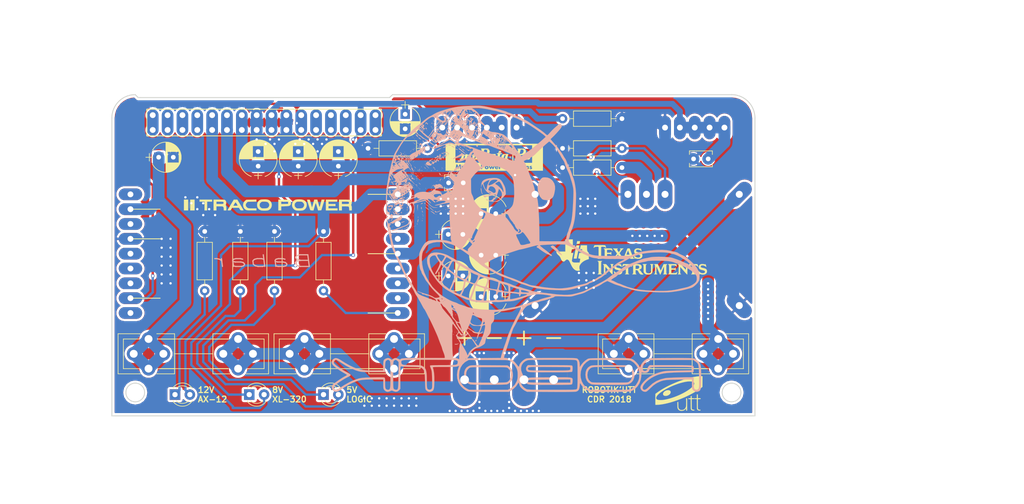
<source format=kicad_pcb>
(kicad_pcb (version 4) (host pcbnew 4.0.7-e2-6376~58~ubuntu16.04.1)
  (layers (0 F.Cu signal hide) (31 B.Cu signal) (34 B.Paste user) (35 F.Paste user) (36 B.SilkS user hide) (37 F.SilkS user) (38 B.Mask user) (39 F.Mask user) (44 Edge.Cuts user))
  (net 0 "")
  (net 1 /+5L)
  (net 2 /-IN)
  (net 3 /+IN)
  (net 4 /GNDAX)
  (net 5 "Net-(J2-Pad1)")
  (net 6 "Net-(J2-Pad3)")
  (net 7 "Net-(J2-Pad5)")
  (net 8 "Net-(J2-Pad7)")
  (net 9 /+12AX)
  (net 10 /+5P)
  (net 11 /GNDP)
  (net 12 "Net-(J2-Pad25)")
  (net 13 "Net-(J2-Pad27)")
  (net 14 /BAU)
  (net 15 "Net-(R3-Pad1)")
  (net 16 "Net-(R4-Pad1)")
  (net 17 "Net-(R5-Pad1)")
  (net 18 "Net-(R6-Pad2)")
  (net 19 "Net-(C2-Pad1)")
  (net 20 "Net-(C10-Pad1)")
  (net 21 /+8XL)
  (net 22 "Net-(D1-Pad1)")
  (net 23 "Net-(D2-Pad1)")
  (net 24 "Net-(D3-Pad1)")
  (net 25 "Net-(C3-Pad1)")
  (module Resistors_ThroughHole:R_Axial_DIN0207_L6.3mm_D2.5mm_P10.16mm_Horizontal (layer F.Cu) (at 61.976 68.58 90)
    (fp_text reference R8 hide)
    (fp_text value 700R)
    (pad 1 thru_hole circle (at 0 0 90) (size 1.6 1.6) (drill 0.8) (layers *.Cu *.Mask) (net 23 "Net-(D2-Pad1)"))
    (pad 2 thru_hole oval (at 10.16 0 90) (size 1.6 1.6) (drill 0.8) (layers *.Cu *.Mask) (net 2 /-IN))
  )
  (module Capacitors_ThroughHole:CP_Radial_D5.0mm_P2.50mm (layer F.Cu) (at 90.17 38.354 270)
    (fp_text reference C1 hide)
    (fp_text value 10µF)
    (pad 1 thru_hole rect (at 0 0 270) (size 1.6 1.6) (drill 0.8) (layers *.Cu *.Mask) (net 1 /+5L))
    (pad 2 thru_hole circle (at 2.5 0 270) (size 1.6 1.6) (drill 0.8) (layers *.Cu *.Mask) (net 2 /-IN))
  )
  (module Capacitors_ThroughHole:CP_Radial_D5.0mm_P2.50mm (layer F.Cu) (at 48.006 45.72)
    (fp_text reference C2 hide)
    (fp_text value 10µF)
    (pad 1 thru_hole rect (at 0 0) (size 1.6 1.6) (drill 0.8) (layers *.Cu *.Mask) (net 19 "Net-(C2-Pad1)"))
    (pad 2 thru_hole circle (at 2.5 0) (size 1.6 1.6) (drill 0.8) (layers *.Cu *.Mask) (net 2 /-IN))
  )
  (module Capacitors_ThroughHole:CP_Radial_D5.0mm_P2.50mm (layer F.Cu) (at 97.536 66.04)
    (fp_text reference C5 hide)
    (fp_text value 10µF)
    (pad 1 thru_hole rect (at 0 0) (size 1.6 1.6) (drill 0.8) (layers *.Cu *.Mask) (net 25 "Net-(C3-Pad1)"))
    (pad 2 thru_hole circle (at 2.5 0) (size 1.6 1.6) (drill 0.8) (layers *.Cu *.Mask) (net 2 /-IN))
  )
  (module Capacitors_ThroughHole:CP_Radial_D6.3mm_P2.50mm (layer F.Cu) (at 78.74 47.244 90)
    (fp_text reference C7 hide)
    (fp_text value 100µF)
    (pad 1 thru_hole rect (at 0 0 90) (size 1.6 1.6) (drill 0.8) (layers *.Cu *.Mask) (net 21 /+8XL))
    (pad 2 thru_hole circle (at 2.5 0 90) (size 1.6 1.6) (drill 0.8) (layers *.Cu *.Mask) (net 2 /-IN))
  )
  (module Capacitors_ThroughHole:CP_Radial_D6.3mm_P2.50mm (layer F.Cu) (at 71.882 47.244 90)
    (fp_text reference C8 hide)
    (fp_text value 100µF)
    (pad 1 thru_hole rect (at 0 0 90) (size 1.6 1.6) (drill 0.8) (layers *.Cu *.Mask) (net 21 /+8XL))
    (pad 2 thru_hole circle (at 2.5 0 90) (size 1.6 1.6) (drill 0.8) (layers *.Cu *.Mask) (net 2 /-IN))
  )
  (module Capacitors_ThroughHole:CP_Radial_D6.3mm_P2.50mm (layer F.Cu) (at 65.024 47.244 90)
    (fp_text reference C9 hide)
    (fp_text value 100µF)
    (pad 1 thru_hole rect (at 0 0 90) (size 1.6 1.6) (drill 0.8) (layers *.Cu *.Mask) (net 21 /+8XL))
    (pad 2 thru_hole circle (at 2.5 0 90) (size 1.6 1.6) (drill 0.8) (layers *.Cu *.Mask) (net 2 /-IN))
  )
  (module Capacitors_ThroughHole:CP_Radial_D6.3mm_P2.50mm (layer F.Cu) (at 105.664 69.596 180)
    (fp_text reference C10 hide)
    (fp_text value 100µF)
    (pad 1 thru_hole rect (at 0 0 180) (size 1.6 1.6) (drill 0.8) (layers *.Cu *.Mask) (net 20 "Net-(C10-Pad1)"))
    (pad 2 thru_hole circle (at 2.5 0 180) (size 1.6 1.6) (drill 0.8) (layers *.Cu *.Mask) (net 2 /-IN))
  )
  (module Capacitors_ThroughHole:CP_Radial_D6.3mm_P2.50mm (layer F.Cu) (at 105.664 62.484 180)
    (fp_text reference C11 hide)
    (fp_text value 100µF)
    (pad 1 thru_hole rect (at 0 0 180) (size 1.6 1.6) (drill 0.8) (layers *.Cu *.Mask) (net 20 "Net-(C10-Pad1)"))
    (pad 2 thru_hole circle (at 2.5 0 180) (size 1.6 1.6) (drill 0.8) (layers *.Cu *.Mask) (net 2 /-IN))
  )
  (module Capacitors_ThroughHole:CP_Radial_D6.3mm_P2.50mm (layer F.Cu) (at 105.664 55.372 180)
    (fp_text reference C12 hide)
    (fp_text value 100µF)
    (pad 1 thru_hole rect (at 0 0 180) (size 1.6 1.6) (drill 0.8) (layers *.Cu *.Mask) (net 20 "Net-(C10-Pad1)"))
    (pad 2 thru_hole circle (at 2.5 0 180) (size 1.6 1.6) (drill 0.8) (layers *.Cu *.Mask) (net 2 /-IN))
  )
  (module Libabar:conn_2x16 (layer F.Cu) (at 67.31 41.05)
    (fp_text reference J2 hide)
    (fp_text value conn_2x16)
    (pad 1 thru_hole circle (at -20.32 -2.54) (size 1.7 1.7) (drill 1) (layers *.Cu *.Mask) (net 5 "Net-(J2-Pad1)"))
    (pad 2 thru_hole circle (at -20.32 0) (size 1.7 1.7) (drill 1) (layers *.Cu *.Mask) (net 5 "Net-(J2-Pad1)"))
    (pad 3 thru_hole circle (at -17.78 -2.54) (size 1.7 1.7) (drill 1) (layers *.Cu *.Mask) (net 6 "Net-(J2-Pad3)"))
    (pad 4 thru_hole circle (at -17.78 0) (size 1.7 1.7) (drill 1) (layers *.Cu *.Mask) (net 6 "Net-(J2-Pad3)"))
    (pad 5 thru_hole circle (at -15.24 -2.54) (size 1.7 1.7) (drill 1) (layers *.Cu *.Mask) (net 7 "Net-(J2-Pad5)"))
    (pad 6 thru_hole circle (at -15.24 0) (size 1.7 1.7) (drill 1) (layers *.Cu *.Mask) (net 7 "Net-(J2-Pad5)"))
    (pad 7 thru_hole circle (at -12.7 -2.54) (size 1.7 1.7) (drill 1) (layers *.Cu *.Mask) (net 8 "Net-(J2-Pad7)"))
    (pad 8 thru_hole circle (at -12.7 0) (size 1.7 1.7) (drill 1) (layers *.Cu *.Mask) (net 8 "Net-(J2-Pad7)"))
    (pad 9 thru_hole circle (at -10.16 -2.54) (size 1.7 1.7) (drill 1) (layers *.Cu *.Mask) (net 9 /+12AX))
    (pad 10 thru_hole circle (at -10.16 0) (size 1.7 1.7) (drill 1) (layers *.Cu *.Mask) (net 9 /+12AX))
    (pad 11 thru_hole circle (at -7.62 -2.54) (size 1.7 1.7) (drill 1) (layers *.Cu *.Mask) (net 4 /GNDAX))
    (pad 12 thru_hole circle (at -7.62 0) (size 1.7 1.7) (drill 1) (layers *.Cu *.Mask) (net 4 /GNDAX))
    (pad 13 thru_hole circle (at -5.08 -2.54) (size 1.7 1.7) (drill 1) (layers *.Cu *.Mask) (net 21 /+8XL))
    (pad 14 thru_hole circle (at -5.08 0) (size 1.7 1.7) (drill 1) (layers *.Cu *.Mask) (net 21 /+8XL))
    (pad 15 thru_hole circle (at -2.54 -2.54) (size 1.7 1.7) (drill 1) (layers *.Cu *.Mask) (net 2 /-IN))
    (pad 16 thru_hole circle (at -2.54 0) (size 1.7 1.7) (drill 1) (layers *.Cu *.Mask) (net 2 /-IN))
    (pad 17 thru_hole circle (at 0 -2.54) (size 1.7 1.7) (drill 1) (layers *.Cu *.Mask) (net 1 /+5L))
    (pad 18 thru_hole circle (at 0 0) (size 1.7 1.7) (drill 1) (layers *.Cu *.Mask) (net 1 /+5L))
    (pad 19 thru_hole circle (at 2.54 -2.54) (size 1.7 1.7) (drill 1) (layers *.Cu *.Mask) (net 2 /-IN))
    (pad 20 thru_hole circle (at 2.54 0) (size 1.7 1.7) (drill 1) (layers *.Cu *.Mask) (net 2 /-IN))
    (pad 21 thru_hole circle (at 5.08 -2.54) (size 1.7 1.7) (drill 1) (layers *.Cu *.Mask) (net 10 /+5P))
    (pad 22 thru_hole circle (at 5.08 0) (size 1.7 1.7) (drill 1) (layers *.Cu *.Mask) (net 10 /+5P))
    (pad 23 thru_hole circle (at 7.62 -2.54) (size 1.7 1.7) (drill 1) (layers *.Cu *.Mask) (net 11 /GNDP))
    (pad 24 thru_hole circle (at 7.62 0) (size 1.7 1.7) (drill 1) (layers *.Cu *.Mask) (net 11 /GNDP))
    (pad 25 thru_hole circle (at 10.16 -2.54) (size 1.7 1.7) (drill 1) (layers *.Cu *.Mask) (net 12 "Net-(J2-Pad25)"))
    (pad 26 thru_hole circle (at 10.16 0) (size 1.7 1.7) (drill 1) (layers *.Cu *.Mask) (net 12 "Net-(J2-Pad25)"))
    (pad 27 thru_hole circle (at 12.7 -2.54) (size 1.7 1.7) (drill 1) (layers *.Cu *.Mask) (net 13 "Net-(J2-Pad27)"))
    (pad 28 thru_hole circle (at 12.7 0) (size 1.7 1.7) (drill 1) (layers *.Cu *.Mask) (net 13 "Net-(J2-Pad27)"))
    (pad 29 thru_hole circle (at 15.24 -2.54) (size 1.7 1.7) (drill 1) (layers *.Cu *.Mask) (net 1 /+5L))
    (pad 30 thru_hole circle (at 15.24 0) (size 1.7 1.7) (drill 1) (layers *.Cu *.Mask) (net 1 /+5L))
    (pad 31 thru_hole circle (at 17.78 -2.54) (size 1.7 1.7) (drill 1) (layers *.Cu *.Mask) (net 14 /BAU))
    (pad 32 thru_hole circle (at 17.78 0) (size 1.7 1.7) (drill 1) (layers *.Cu *.Mask) (net 14 /BAU))
  )
  (module Resistors_ThroughHole:R_Axial_DIN0207_L6.3mm_D2.5mm_P10.16mm_Horizontal (layer F.Cu) (at 117.094 39.116)
    (fp_text reference R4 hide)
    (fp_text value 1.47K)
    (pad 1 thru_hole circle (at 0 0) (size 1.6 1.6) (drill 0.8) (layers *.Cu *.Mask) (net 16 "Net-(R4-Pad1)"))
    (pad 2 thru_hole oval (at 10.16 0) (size 1.6 1.6) (drill 0.8) (layers *.Cu *.Mask) (net 2 /-IN))
  )
  (module Resistors_ThroughHole:R_Axial_DIN0207_L6.3mm_D2.5mm_P10.16mm_Horizontal (layer F.Cu) (at 76.2 68.58 90)
    (fp_text reference R5 hide)
    (fp_text value 47K)
    (pad 1 thru_hole circle (at 0 0 90) (size 1.6 1.6) (drill 0.8) (layers *.Cu *.Mask) (net 17 "Net-(R5-Pad1)"))
    (pad 2 thru_hole oval (at 10.16 0 90) (size 1.6 1.6) (drill 0.8) (layers *.Cu *.Mask) (net 9 /+12AX))
  )
  (module Resistors_ThroughHole:R_Axial_DIN0207_L6.3mm_D2.5mm_P10.16mm_Horizontal (layer F.Cu) (at 83.82 44.196)
    (fp_text reference R6 hide)
    (fp_text value 10K)
    (pad 1 thru_hole circle (at 0 0) (size 1.6 1.6) (drill 0.8) (layers *.Cu *.Mask) (net 2 /-IN))
    (pad 2 thru_hole oval (at 10.16 0) (size 1.6 1.6) (drill 0.8) (layers *.Cu *.Mask) (net 18 "Net-(R6-Pad2)"))
  )
  (module Libabar:PTN78020 (layer F.Cu) (at 147.32 71.12 180)
    (fp_text reference U1 hide)
    (fp_text value PTN78020)
    (pad 1 thru_hole oval (at 0 0 225) (size 2.5 5) (drill 1.2) (layers *.Cu *.Mask) (net 2 /-IN))
    (pad 7 thru_hole oval (at 34.925 0 135) (size 2.5 5) (drill 1.2) (layers *.Cu *.Mask) (net 2 /-IN))
    (pad 6 thru_hole oval (at 34.925 19.05 225) (size 2.5 5) (drill 1.2) (layers *.Cu *.Mask) (net 21 /+8XL))
    (pad 5 thru_hole oval (at 19.05 19.05 180) (size 2.5 5) (drill 1.2) (layers *.Cu *.Mask) (net 21 /+8XL))
    (pad 4 thru_hole oval (at 15.875 19.05 180) (size 2.5 5) (drill 1.2) (layers *.Cu *.Mask) (net 15 "Net-(R3-Pad1)"))
    (pad 3 thru_hole oval (at 12.7 19.05 180) (size 2.5 5) (drill 1.2) (layers *.Cu *.Mask) (net 10 /+5P))
    (pad 2 thru_hole oval (at 0 19.05 135) (size 2.5 5) (drill 1.2) (layers *.Cu *.Mask) (net 25 "Net-(C3-Pad1)"))
  )
  (module Libabar:MURATA_5V (layer F.Cu) (at 119.38 40.64)
    (fp_text reference U2 hide)
    (fp_text value MURATA_5V)
    (pad 1 thru_hole oval (at 25.4 0) (size 2 4) (drill 1) (layers *.Cu *.Mask) (net 1 /+5L))
    (pad 2 thru_hole oval (at 22.86 0) (size 2 4) (drill 1) (layers *.Cu *.Mask) (net 1 /+5L))
    (pad 3 thru_hole oval (at 20.32 0) (size 2 4) (drill 1) (layers *.Cu *.Mask) (net 1 /+5L))
    (pad 4 thru_hole oval (at 17.78 0) (size 2 4) (drill 1) (layers *.Cu *.Mask) (net 1 /+5L))
    (pad 5 thru_hole oval (at 15.24 0) (size 2 4) (drill 1) (layers *.Cu *.Mask) (net 2 /-IN))
    (pad 6 thru_hole oval (at -10.16 0) (size 2 4) (drill 1) (layers *.Cu *.Mask) (net 2 /-IN))
    (pad 7 thru_hole oval (at -12.7 0) (size 2 4) (drill 1) (layers *.Cu *.Mask) (net 20 "Net-(C10-Pad1)"))
    (pad 8 thru_hole oval (at -15.24 0) (size 2 4) (drill 1) (layers *.Cu *.Mask) (net 20 "Net-(C10-Pad1)"))
    (pad 9 thru_hole oval (at -17.78 0) (size 2 4) (drill 1) (layers *.Cu *.Mask))
    (pad 10 thru_hole oval (at -20.32 0) (size 2 4) (drill 1) (layers *.Cu *.Mask) (net 16 "Net-(R4-Pad1)"))
    (pad 11 thru_hole oval (at -22.86 0) (size 2 4) (drill 1) (layers *.Cu *.Mask) (net 18 "Net-(R6-Pad2)"))
  )
  (module Libabar:TRACO_TEN50-1212 (layer F.Cu) (at 66.04 62.23)
    (fp_text reference U3 hide)
    (fp_text value TRACO_TEN50-1212)
    (pad 1 thru_hole oval (at -22.86 -7.62) (size 4 2) (drill 1) (layers *.Cu *.Mask) (net 19 "Net-(C2-Pad1)"))
    (pad 2 thru_hole oval (at -22.86 -2.54) (size 4 2) (drill 1) (layers *.Cu *.Mask) (net 2 /-IN))
    (pad 3 thru_hole oval (at -22.86 7.62) (size 4 2) (drill 1) (layers *.Cu *.Mask) (net 10 /+5P))
    (pad 4 thru_hole oval (at 22.86 -10.16) (size 4 2) (drill 1) (layers *.Cu *.Mask) (net 9 /+12AX))
    (pad 5 thru_hole oval (at 22.86 0) (size 4 2) (drill 1) (layers *.Cu *.Mask) (net 4 /GNDAX))
    (pad 6 thru_hole oval (at 22.86 10.16) (size 4 2) (drill 1) (layers *.Cu *.Mask) (net 17 "Net-(R5-Pad1)"))
    (pad 7 thru_hole oval (at -22.86 -10.16) (size 4 2) (drill 1) (layers *.Cu *.Mask))
    (pad 8 thru_hole oval (at -22.86 -5.08) (size 4 2) (drill 1) (layers *.Cu *.Mask))
    (pad 9 thru_hole oval (at -22.86 2.54) (size 4 2) (drill 1) (layers *.Cu *.Mask))
    (pad 10 thru_hole oval (at -22.86 5.08) (size 4 2) (drill 1) (layers *.Cu *.Mask))
    (pad 11 thru_hole oval (at -22.86 10.16) (size 4 2) (drill 1) (layers *.Cu *.Mask))
    (pad 12 thru_hole oval (at 22.86 -7.62) (size 4 2) (drill 1) (layers *.Cu *.Mask))
    (pad 13 thru_hole oval (at 22.86 -5.08) (size 4 2) (drill 1) (layers *.Cu *.Mask))
    (pad 14 thru_hole oval (at 22.86 -2.54) (size 4 2) (drill 1) (layers *.Cu *.Mask))
    (pad 15 thru_hole oval (at 22.86 2.54) (size 4 2) (drill 1) (layers *.Cu *.Mask))
    (pad 16 thru_hole oval (at 22.86 5.08) (size 4 2) (drill 1) (layers *.Cu *.Mask))
    (pad 17 thru_hole oval (at 22.86 7.62) (size 4 2) (drill 1) (layers *.Cu *.Mask))
    (pad 18 thru_hole oval (at -22.86 0) (size 4 2) (drill 1) (layers *.Cu *.Mask))
  )
  (module Fuse_Holders_and_Fuses:Fuseholder5x20_horiz_open_universal_Type-III (layer F.Cu) (at 90.805 79.375 180)
    (fp_text reference F1 hide)
    (fp_text value 15A)
    (pad 2 thru_hole circle (at 15.32 0 180) (size 2.35 2.35) (drill 1.35) (layers *.Cu *.Mask) (net 3 /+IN))
    (pad 2 thru_hole circle (at 20.4 0 180) (size 2.35 2.35) (drill 1.35) (layers *.Cu *.Mask) (net 3 /+IN))
    (pad 1 thru_hole circle (at 5.08 0 180) (size 2.35 2.35) (drill 1.35) (layers *.Cu *.Mask) (net 25 "Net-(C3-Pad1)"))
    (pad 1 thru_hole circle (at 0 0 180) (size 2.35 2.35) (drill 1.35) (layers *.Cu *.Mask) (net 25 "Net-(C3-Pad1)"))
    (pad 2 thru_hole circle (at 17.86 -2.54 180) (size 2.35 2.35) (drill 1.35) (layers *.Cu *.Mask) (net 3 /+IN))
    (pad 2 thru_hole circle (at 17.86 2.54 180) (size 2.35 2.35) (drill 1.35) (layers *.Cu *.Mask) (net 3 /+IN))
    (pad 1 thru_hole circle (at 2.54 -2.54 180) (size 2.35 2.35) (drill 1.35) (layers *.Cu *.Mask) (net 25 "Net-(C3-Pad1)"))
    (pad 1 thru_hole circle (at 2.54 2.54 180) (size 2.35 2.35) (drill 1.35) (layers *.Cu *.Mask) (net 25 "Net-(C3-Pad1)"))
  )
  (module Fuse_Holders_and_Fuses:Fuseholder5x20_horiz_open_universal_Type-III (layer F.Cu) (at 64.135 79.375 180)
    (fp_text reference F2 hide)
    (fp_text value 15A)
    (pad 2 thru_hole circle (at 15.32 0 180) (size 2.35 2.35) (drill 1.35) (layers *.Cu *.Mask) (net 19 "Net-(C2-Pad1)"))
    (pad 2 thru_hole circle (at 20.4 0 180) (size 2.35 2.35) (drill 1.35) (layers *.Cu *.Mask) (net 19 "Net-(C2-Pad1)"))
    (pad 1 thru_hole circle (at 5.08 0 180) (size 2.35 2.35) (drill 1.35) (layers *.Cu *.Mask) (net 3 /+IN))
    (pad 1 thru_hole circle (at 0 0 180) (size 2.35 2.35) (drill 1.35) (layers *.Cu *.Mask) (net 3 /+IN))
    (pad 2 thru_hole circle (at 17.86 -2.54 180) (size 2.35 2.35) (drill 1.35) (layers *.Cu *.Mask) (net 19 "Net-(C2-Pad1)"))
    (pad 2 thru_hole circle (at 17.86 2.54 180) (size 2.35 2.35) (drill 1.35) (layers *.Cu *.Mask) (net 19 "Net-(C2-Pad1)"))
    (pad 1 thru_hole circle (at 2.54 -2.54 180) (size 2.35 2.35) (drill 1.35) (layers *.Cu *.Mask) (net 3 /+IN))
    (pad 1 thru_hole circle (at 2.54 2.54 180) (size 2.35 2.35) (drill 1.35) (layers *.Cu *.Mask) (net 3 /+IN))
  )
  (module Fuse_Holders_and_Fuses:Fuseholder5x20_horiz_open_universal_Type-III (layer F.Cu) (at 125.857 79.375)
    (fp_text reference F3 hide)
    (fp_text value 15A)
    (pad 2 thru_hole circle (at 15.32 0) (size 2.35 2.35) (drill 1.35) (layers *.Cu *.Mask) (net 20 "Net-(C10-Pad1)"))
    (pad 2 thru_hole circle (at 20.4 0) (size 2.35 2.35) (drill 1.35) (layers *.Cu *.Mask) (net 20 "Net-(C10-Pad1)"))
    (pad 1 thru_hole circle (at 5.08 0) (size 2.35 2.35) (drill 1.35) (layers *.Cu *.Mask) (net 3 /+IN))
    (pad 1 thru_hole circle (at 0 0) (size 2.35 2.35) (drill 1.35) (layers *.Cu *.Mask) (net 3 /+IN))
    (pad 2 thru_hole circle (at 17.86 -2.54) (size 2.35 2.35) (drill 1.35) (layers *.Cu *.Mask) (net 20 "Net-(C10-Pad1)"))
    (pad 2 thru_hole circle (at 17.86 2.54) (size 2.35 2.35) (drill 1.35) (layers *.Cu *.Mask) (net 20 "Net-(C10-Pad1)"))
    (pad 1 thru_hole circle (at 2.54 -2.54) (size 2.35 2.35) (drill 1.35) (layers *.Cu *.Mask) (net 3 /+IN))
    (pad 1 thru_hole circle (at 2.54 2.54) (size 2.35 2.35) (drill 1.35) (layers *.Cu *.Mask) (net 3 /+IN))
  )
  (module LEDs:LED_D3.0mm (layer F.Cu) (at 76.2 86.36)
    (fp_text reference D1 hide)
    (fp_text value LED)
    (pad 1 thru_hole rect (at 0 0) (size 1.8 1.8) (drill 0.9) (layers *.Cu *.Mask) (net 22 "Net-(D1-Pad1)"))
    (pad 2 thru_hole circle (at 2.54 0) (size 1.8 1.8) (drill 0.9) (layers *.Cu *.Mask) (net 1 /+5L))
  )
  (module LEDs:LED_D3.0mm (layer F.Cu) (at 63.5 86.36)
    (fp_text reference D2 hide)
    (fp_text value LED)
    (pad 1 thru_hole rect (at 0 0) (size 1.8 1.8) (drill 0.9) (layers *.Cu *.Mask) (net 23 "Net-(D2-Pad1)"))
    (pad 2 thru_hole circle (at 2.54 0) (size 1.8 1.8) (drill 0.9) (layers *.Cu *.Mask) (net 21 /+8XL))
  )
  (module LEDs:LED_D3.0mm (layer F.Cu) (at 50.8 86.36)
    (fp_text reference D3 hide)
    (fp_text value LED)
    (pad 1 thru_hole rect (at 0 0) (size 1.8 1.8) (drill 0.9) (layers *.Cu *.Mask) (net 24 "Net-(D3-Pad1)"))
    (pad 2 thru_hole circle (at 2.54 0) (size 1.8 1.8) (drill 0.9) (layers *.Cu *.Mask) (net 9 /+12AX))
  )
  (module Resistors_ThroughHole:R_Axial_DIN0207_L6.3mm_D2.5mm_P10.16mm_Horizontal (layer F.Cu) (at 67.818 68.58 90)
    (fp_text reference R7 hide)
    (fp_text value 330R)
    (pad 1 thru_hole circle (at 0 0 90) (size 1.6 1.6) (drill 0.8) (layers *.Cu *.Mask) (net 22 "Net-(D1-Pad1)"))
    (pad 2 thru_hole oval (at 10.16 0 90) (size 1.6 1.6) (drill 0.8) (layers *.Cu *.Mask) (net 2 /-IN))
  )
  (module Resistors_ThroughHole:R_Axial_DIN0207_L6.3mm_D2.5mm_P10.16mm_Horizontal (layer F.Cu) (at 55.88 68.58 90)
    (fp_text reference R9 hide)
    (fp_text value 1000R)
    (pad 1 thru_hole circle (at 0 0 90) (size 1.6 1.6) (drill 0.8) (layers *.Cu *.Mask) (net 24 "Net-(D3-Pad1)"))
    (pad 2 thru_hole oval (at 10.16 0 90) (size 1.6 1.6) (drill 0.8) (layers *.Cu *.Mask) (net 2 /-IN))
  )
  (module Capacitors_ThroughHole:CP_Radial_D5.0mm_P2.50mm (layer F.Cu) (at 97.536 58.928)
    (fp_text reference C3 hide)
    (fp_text value 10µF)
    (pad 1 thru_hole rect (at 0 0) (size 1.6 1.6) (drill 0.8) (layers *.Cu *.Mask) (net 25 "Net-(C3-Pad1)"))
    (pad 2 thru_hole circle (at 2.5 0) (size 1.6 1.6) (drill 0.8) (layers *.Cu *.Mask) (net 2 /-IN))
  )
  (module Resistors_ThroughHole:R_Axial_DIN0207_L6.3mm_D2.5mm_P10.16mm_Horizontal (layer F.Cu) (at 117.094 44.196)
    (fp_text reference R1 hide)
    (fp_text value 10K)
    (pad 1 thru_hole circle (at 0 0) (size 1.6 1.6) (drill 0.8) (layers *.Cu *.Mask) (net 2 /-IN))
    (pad 2 thru_hole oval (at 10.16 0) (size 1.6 1.6) (drill 0.8) (layers *.Cu *.Mask) (net 10 /+5P))
  )
  (module Resistors_ThroughHole:R_Axial_DIN0207_L6.3mm_D2.5mm_P10.16mm_Horizontal (layer F.Cu) (at 127.254 47.498 180)
    (fp_text reference R3 hide)
    (fp_text value 6K)
    (pad 1 thru_hole circle (at 0 0 180) (size 1.6 1.6) (drill 0.8) (layers *.Cu *.Mask) (net 15 "Net-(R3-Pad1)"))
    (pad 2 thru_hole oval (at 10.16 0 180) (size 1.6 1.6) (drill 0.8) (layers *.Cu *.Mask) (net 2 /-IN))
  )
  (module Capacitors_ThroughHole:C_Disc_D3.8mm_W2.6mm_P2.50mm (layer F.Cu) (at 142 46 180)
    (fp_text reference C4 hide)
    (fp_text value 0.1µF)
    (pad 1 thru_hole circle (at 0 0 180) (size 1.6 1.6) (drill 0.8) (layers *.Cu *.Mask) (net 1 /+5L))
    (pad 2 thru_hole circle (at 2.5 0 180) (size 1.6 1.6) (drill 0.8) (layers *.Cu *.Mask) (net 2 /-IN))
  )
  (module Capacitors_ThroughHole:C_Disc_D3.8mm_W2.6mm_P2.50mm (layer F.Cu) (at 97.6 50.1)
    (fp_text reference C6 hide)
    (fp_text value 1000pF)
    (pad 1 thru_hole circle (at 0 0) (size 1.6 1.6) (drill 0.8) (layers *.Cu *.Mask) (net 4 /GNDAX))
    (pad 2 thru_hole circle (at 2.5 0) (size 1.6 1.6) (drill 0.8) (layers *.Cu *.Mask) (net 2 /-IN))
  )
  (module Libabar:Bornier4cts (layer F.Cu) (at 100.33 83.82)
    (fp_text reference J1 hide)
    (fp_text value Bornier4cts)
    (pad 1 thru_hole oval (at 0 0) (size 4 9) (drill 1.5) (layers *.Cu *.Mask) (net 3 /+IN))
    (pad 2 thru_hole oval (at 5.08 0) (size 4 9) (drill 1.5) (layers *.Cu *.Mask) (net 2 /-IN))
    (pad 3 thru_hole oval (at 10.16 0) (size 4 9) (drill 1.5) (layers *.Cu *.Mask) (net 3 /+IN))
    (pad 4 thru_hole oval (at 15.24 0) (size 4 9) (drill 1.5) (layers *.Cu *.Mask) (net 2 /-IN))
  )
  (module All:TracoPower (layer F.Cu) (at 66.675 53.975)
    (fp_text reference G*** hide)
    (fp_text value LOGO hide)
  )
  (module All:MurataPower (layer F.Cu) (at 105.41 45.72)
    (fp_text reference G*** hide)
    (fp_text value LOGO hide)
  )
  (module All:TexasInstruments (layer F.Cu) (at 128.905 62.865)
    (fp_text reference G*** hide)
    (fp_text value LOGO hide)
  )
  (module KiCad_Logo_Robot:Logo_Robot_Small (layer B.Cu) (at 109.22 61.595 180)
    (fp_text reference G*** hide)
    (fp_text value LOGO hide)
  )
  (module All:UTT-S (layer F.Cu) (at 137 85.5)
    (fp_text reference G*** hide)
    (fp_text value LOGO hide)
  )
  (gr_text "ROBOTIK'UTT\nCDR 2018" (at 125.095 86.36) (layer F.SilkS) (effects (font (size 1 1) (thickness 0.2))))
  (gr_text "5V\nLOGIC" (at 80.01 86.36) (layer F.SilkS) (effects (font (size 1 1) (thickness 0.2)) (justify left)))
  (gr_text "8V\nXL-320" (at 67.31 86.36) (layer F.SilkS) (effects (font (size 1 1) (thickness 0.2)) (justify left)))
  (gr_text "12V\nAX-12" (at 54.61 86.36) (layer F.SilkS) (effects (font (size 1 1) (thickness 0.2)) (justify left)))
  (gr_text - (at 115.57 76.454) (layer F.SilkS) (effects (font (size 3 3) (thickness 0.3))))
  (gr_text - (at 105.41 76.454) (layer F.SilkS) (effects (font (size 3 3) (thickness 0.3))))
  (gr_text + (at 110.49 76.454) (layer F.SilkS) (effects (font (size 3 3) (thickness 0.3))))
  (gr_text + (at 100.33 76.454) (layer F.SilkS) (effects (font (size 3 3) (thickness 0.3))))
  (gr_text Babar (at 66.04 63.5) (layer B.SilkS) (effects (font (size 2 4) (thickness 0.2) italic) (justify mirror)))
  (gr_line (start 40 90) (end 150 90) (angle 90) (layer Edge.Cuts) (width 0.15))
  (gr_line (start 88 35) (end 146 35) (angle 90) (layer Edge.Cuts) (width 0.15))
  (gr_line (start 87.5 35.5) (end 88 35) (angle 90) (layer Edge.Cuts) (width 0.15))
  (gr_line (start 44.5 35.5) (end 87.5 35.5) (angle 90) (layer Edge.Cuts) (width 0.15))
  (gr_line (start 44 35) (end 44.5 35.5) (angle 90) (layer Edge.Cuts) (width 0.15))
  (gr_line (start 150 39) (end 150 90) (angle 90) (layer Edge.Cuts) (width 0.15))
  (gr_line (start 40 39) (end 40 90) (angle 90) (layer Edge.Cuts) (width 0.15))
  (gr_arc (start 146 39) (end 146 35) (angle 90) (layer Edge.Cuts) (width 0.15))
  (gr_arc (start 44 39) (end 40 39) (angle 90) (layer Edge.Cuts) (width 0.15))
  (gr_circle (center 146 86) (end 147.6 86) (layer Edge.Cuts) (width 0.15))
  (gr_circle (center 44 86) (end 45.6 86) (layer Edge.Cuts) (width 0.15))
  (segment (start 67.564 66.294) (end 65.786 66.294) (width 0.4) (layer B.Cu) (net 1))
  (segment (start 62.738 73.66) (end 59.944 73.66) (width 0.4) (layer B.Cu) (net 1))
  (segment (start 59.944 73.66) (end 55.626 77.978) (width 0.4) (layer B.Cu) (net 1))
  (segment (start 55.626 77.978) (end 55.626 79.248) (width 0.4) (layer B.Cu) (net 1))
  (segment (start 72.136 66.294) (end 68.326 66.294) (width 0.4) (layer B.Cu) (net 1))
  (via (at 81.28 62.484) (size 0.6) (drill 0.4) (layers F.Cu B.Cu) (net 1))
  (segment (start 81.28 62.484) (end 75.946 62.484) (width 0.4) (layer B.Cu) (net 1))
  (segment (start 75.946 62.484) (end 72.136 66.294) (width 0.4) (layer B.Cu) (net 1))
  (segment (start 82.55 41.402) (end 81.28 42.672) (width 0.4) (layer B.Cu) (net 1))
  (segment (start 81.28 42.672) (end 81.28 55.118) (width 0.4) (layer F.Cu) (net 1))
  (via (at 81.28 42.672) (size 0.6) (drill 0.4) (layers F.Cu B.Cu) (net 1))
  (segment (start 81.28 61.722) (end 81.28 55.118) (width 0.4) (layer F.Cu) (net 1))
  (segment (start 81.28 61.722) (end 81.28 62.484) (width 0.4) (layer F.Cu) (net 1))
  (segment (start 64.516 71.882) (end 62.992 73.406) (width 0.4) (layer B.Cu) (net 1))
  (segment (start 64.516 69.342) (end 64.516 71.882) (width 0.4) (layer B.Cu) (net 1))
  (segment (start 68.326 66.294) (end 67.564 66.294) (width 0.4) (layer B.Cu) (net 1))
  (segment (start 62.23 84.582) (end 59.436 84.582) (width 0.4) (layer B.Cu) (net 1))
  (segment (start 70.612 85.852) (end 69.342 84.582) (width 0.4) (layer B.Cu) (net 1))
  (segment (start 73.152 88.392) (end 70.612 85.852) (width 0.4) (layer B.Cu) (net 1))
  (segment (start 77.47 88.392) (end 73.152 88.392) (width 0.4) (layer B.Cu) (net 1))
  (segment (start 77.47 88.392) (end 78.74 87.122) (width 0.4) (layer B.Cu) (net 1))
  (segment (start 69.342 84.582) (end 64.008 84.582) (width 0.4) (layer B.Cu) (net 1))
  (segment (start 64.008 84.582) (end 62.23 84.582) (width 0.4) (layer B.Cu) (net 1))
  (segment (start 55.626 80.772) (end 55.626 79.248) (width 0.4) (layer B.Cu) (net 1))
  (segment (start 59.436 84.582) (end 55.626 80.772) (width 0.4) (layer B.Cu) (net 1))
  (segment (start 62.992 73.406) (end 62.738 73.66) (width 0.4) (layer B.Cu) (net 1))
  (segment (start 64.516 67.564) (end 64.516 69.342) (width 0.4) (layer B.Cu) (net 1))
  (segment (start 65.786 66.294) (end 64.516 67.564) (width 0.4) (layer B.Cu) (net 1))
  (segment (start 78.74 86.36) (end 78.74 87.122) (width 0.4) (layer B.Cu) (net 1))
  (segment (start 144.78 40.64) (end 144.78 43.22) (width 2) (layer B.Cu) (net 1))
  (segment (start 144.78 43.22) (end 142 46) (width 2) (layer B.Cu) (net 1))
  (segment (start 82.55 41.05) (end 82.55 41.402) (width 0.4) (layer B.Cu) (net 1))
  (segment (start 90.17 36.83) (end 90.17 38.354) (width 1) (layer B.Cu) (net 1))
  (segment (start 101.6 36.322) (end 90.424 36.322) (width 1) (layer B.Cu) (net 1))
  (segment (start 112.776 36.322) (end 101.6 36.322) (width 1) (layer B.Cu) (net 1))
  (segment (start 135.89 36.576) (end 137.16 37.846) (width 1) (layer B.Cu) (net 1))
  (segment (start 137.16 40.64) (end 137.16 37.846) (width 1) (layer B.Cu) (net 1))
  (segment (start 113.03 36.576) (end 135.89 36.576) (width 1) (layer B.Cu) (net 1))
  (segment (start 113.03 36.576) (end 112.776 36.322) (width 1) (layer B.Cu) (net 1))
  (segment (start 90.424 36.322) (end 90.17 36.576) (width 1) (layer B.Cu) (net 1))
  (segment (start 90.17 36.576) (end 90.17 36.83) (width 1) (layer B.Cu) (net 1))
  (segment (start 90.17 36.83) (end 90.17 36.576) (width 1) (layer B.Cu) (net 1))
  (segment (start 142.24 40.64) (end 144.78 40.64) (width 2) (layer B.Cu) (net 1))
  (segment (start 139.7 40.64) (end 142.24 40.64) (width 2) (layer B.Cu) (net 1))
  (segment (start 137.16 40.64) (end 139.7 40.64) (width 2) (layer B.Cu) (net 1))
  (segment (start 82.55 36.576) (end 88.138 36.576) (width 1) (layer B.Cu) (net 1))
  (segment (start 90.17 36.576) (end 88.138 36.576) (width 1) (layer B.Cu) (net 1))
  (segment (start 82.55 38.51) (end 82.55 36.576) (width 1) (layer B.Cu) (net 1))
  (segment (start 67.31 38.51) (end 67.31 37.846) (width 1) (layer B.Cu) (net 1))
  (segment (start 67.31 37.846) (end 68.58 36.576) (width 1) (layer B.Cu) (net 1))
  (segment (start 68.58 36.576) (end 82.55 36.576) (width 1) (layer B.Cu) (net 1))
  (segment (start 82.55 38.51) (end 82.55 41.05) (width 2) (layer B.Cu) (net 1))
  (segment (start 67.31 38.51) (end 67.31 41.05) (width 2) (layer B.Cu) (net 1))
  (segment (start 97.79 89.154) (end 94.234 89.154) (width 0.4) (layer F.Cu) (net 2))
  (via (at 102.87 88.646) (size 0.6) (drill 0.4) (layers F.Cu B.Cu) (net 2))
  (segment (start 102.87 88.646) (end 102.362 89.154) (width 0.4) (layer B.Cu) (net 2))
  (segment (start 102.362 89.154) (end 101.854 89.154) (width 0.4) (layer B.Cu) (net 2))
  (via (at 101.854 89.154) (size 0.6) (drill 0.4) (layers F.Cu B.Cu) (net 2))
  (segment (start 101.854 89.154) (end 100.838 89.154) (width 0.4) (layer F.Cu) (net 2))
  (via (at 100.838 89.154) (size 0.6) (drill 0.4) (layers F.Cu B.Cu) (net 2))
  (segment (start 100.838 89.154) (end 99.822 89.154) (width 0.4) (layer B.Cu) (net 2))
  (via (at 99.822 89.154) (size 0.6) (drill 0.4) (layers F.Cu B.Cu) (net 2))
  (segment (start 99.822 89.154) (end 98.806 89.154) (width 0.4) (layer F.Cu) (net 2))
  (via (at 98.806 89.154) (size 0.6) (drill 0.4) (layers F.Cu B.Cu) (net 2))
  (segment (start 98.806 89.154) (end 97.79 89.154) (width 0.4) (layer B.Cu) (net 2))
  (via (at 97.79 89.154) (size 0.6) (drill 0.4) (layers F.Cu B.Cu) (net 2))
  (via (at 92.075 88.265) (size 0.6) (drill 0.4) (layers F.Cu B.Cu) (net 2))
  (segment (start 90.805 88.265) (end 92.075 88.265) (width 0.4) (layer B.Cu) (net 2))
  (via (at 90.805 88.265) (size 0.6) (drill 0.4) (layers F.Cu B.Cu) (net 2))
  (segment (start 89.535 88.265) (end 90.805 88.265) (width 0.4) (layer F.Cu) (net 2))
  (via (at 89.535 88.265) (size 0.6) (drill 0.4) (layers F.Cu B.Cu) (net 2))
  (segment (start 88.265 88.265) (end 89.535 88.265) (width 0.4) (layer B.Cu) (net 2))
  (via (at 88.265 88.265) (size 0.6) (drill 0.4) (layers F.Cu B.Cu) (net 2))
  (segment (start 86.995 88.265) (end 88.265 88.265) (width 0.4) (layer F.Cu) (net 2))
  (via (at 86.995 88.265) (size 0.6) (drill 0.4) (layers F.Cu B.Cu) (net 2))
  (segment (start 85.725 88.265) (end 86.995 88.265) (width 0.4) (layer B.Cu) (net 2))
  (via (at 85.725 88.265) (size 0.6) (drill 0.4) (layers F.Cu B.Cu) (net 2))
  (segment (start 84.455 88.265) (end 85.725 88.265) (width 0.4) (layer F.Cu) (net 2))
  (via (at 84.455 88.265) (size 0.6) (drill 0.4) (layers F.Cu B.Cu) (net 2))
  (segment (start 83.185 88.265) (end 84.455 88.265) (width 0.4) (layer B.Cu) (net 2))
  (via (at 83.185 88.265) (size 0.6) (drill 0.4) (layers F.Cu B.Cu) (net 2))
  (segment (start 83.185 86.995) (end 83.185 88.265) (width 0.4) (layer F.Cu) (net 2))
  (via (at 83.185 86.995) (size 0.6) (drill 0.4) (layers F.Cu B.Cu) (net 2))
  (segment (start 84.455 86.995) (end 83.185 86.995) (width 0.4) (layer B.Cu) (net 2))
  (via (at 84.455 86.995) (size 0.6) (drill 0.4) (layers F.Cu B.Cu) (net 2))
  (segment (start 85.725 86.995) (end 84.455 86.995) (width 0.4) (layer F.Cu) (net 2))
  (via (at 85.725 86.995) (size 0.6) (drill 0.4) (layers F.Cu B.Cu) (net 2))
  (segment (start 86.995 86.995) (end 85.725 86.995) (width 0.4) (layer B.Cu) (net 2))
  (via (at 86.995 86.995) (size 0.6) (drill 0.4) (layers F.Cu B.Cu) (net 2))
  (segment (start 88.265 86.995) (end 86.995 86.995) (width 0.4) (layer F.Cu) (net 2))
  (via (at 88.265 86.995) (size 0.6) (drill 0.4) (layers F.Cu B.Cu) (net 2))
  (segment (start 89.535 86.995) (end 88.265 86.995) (width 0.4) (layer B.Cu) (net 2))
  (via (at 89.535 86.995) (size 0.6) (drill 0.4) (layers F.Cu B.Cu) (net 2))
  (segment (start 90.805 86.995) (end 89.535 86.995) (width 0.4) (layer F.Cu) (net 2))
  (via (at 90.805 86.995) (size 0.6) (drill 0.4) (layers F.Cu B.Cu) (net 2))
  (segment (start 92.075 86.995) (end 90.805 86.995) (width 0.4) (layer B.Cu) (net 2))
  (via (at 92.075 86.995) (size 0.6) (drill 0.4) (layers F.Cu B.Cu) (net 2))
  (segment (start 94.234 89.154) (end 92.075 86.995) (width 0.4) (layer F.Cu) (net 2))
  (segment (start 57.912 55.626) (end 57.658 55.626) (width 2) (layer F.Cu) (net 2))
  (segment (start 58.928 56.642) (end 58.928 58.674) (width 2) (layer F.Cu) (net 2))
  (segment (start 57.912 55.626) (end 58.928 56.642) (width 2) (layer F.Cu) (net 2))
  (segment (start 58.928 58.674) (end 58.928 60.96) (width 2) (layer F.Cu) (net 2))
  (segment (start 58.928 60.96) (end 65.024 67.056) (width 2) (layer F.Cu) (net 2))
  (segment (start 65.024 67.056) (end 65.024 70.358) (width 2) (layer F.Cu) (net 2))
  (segment (start 65.024 70.358) (end 68.58 73.914) (width 2) (layer F.Cu) (net 2))
  (segment (start 68.58 73.914) (end 70.104 73.914) (width 2) (layer F.Cu) (net 2))
  (segment (start 70.104 73.914) (end 75.184 73.914) (width 2) (layer F.Cu) (net 2))
  (segment (start 136.144 81.534) (end 132.08 85.598) (width 2) (layer B.Cu) (net 2))
  (segment (start 146.304 70.104) (end 146.304 66.294) (width 2) (layer B.Cu) (net 2))
  (segment (start 136.144 67.818) (end 136.144 81.534) (width 2) (layer B.Cu) (net 2))
  (segment (start 139.954 64.008) (end 136.144 67.818) (width 2) (layer B.Cu) (net 2))
  (segment (start 144.018 64.008) (end 139.954 64.008) (width 2) (layer B.Cu) (net 2))
  (segment (start 146.304 66.294) (end 144.018 64.008) (width 2) (layer B.Cu) (net 2))
  (segment (start 132.08 85.598) (end 117.348 85.598) (width 2) (layer B.Cu) (net 2))
  (segment (start 117.348 85.598) (end 115.57 83.82) (width 2) (layer B.Cu) (net 2))
  (segment (start 116.967 88.138) (end 116.967 79.502) (width 2) (layer B.Cu) (net 2))
  (segment (start 114.173 88.138) (end 114.173 79.502) (width 2) (layer B.Cu) (net 2))
  (segment (start 114.173 88.138) (end 116.967 88.138) (width 2) (layer B.Cu) (net 2))
  (segment (start 116.967 85.217) (end 116.967 88.138) (width 2) (layer B.Cu) (net 2))
  (segment (start 114.173 88.138) (end 114.173 85.217) (width 2) (layer B.Cu) (net 2))
  (segment (start 115.57 83.82) (end 114.173 85.217) (width 2) (layer B.Cu) (net 2))
  (segment (start 115.57 83.82) (end 116.967 85.217) (width 2) (layer B.Cu) (net 2))
  (segment (start 114.173 79.502) (end 116.967 79.502) (width 2) (layer B.Cu) (net 2))
  (segment (start 116.967 82.423) (end 116.967 79.502) (width 2) (layer B.Cu) (net 2))
  (segment (start 114.173 79.502) (end 114.173 82.423) (width 2) (layer B.Cu) (net 2))
  (segment (start 115.57 83.82) (end 114.173 82.423) (width 2) (layer B.Cu) (net 2))
  (segment (start 115.57 83.82) (end 116.967 82.423) (width 2) (layer B.Cu) (net 2))
  (segment (start 104.013 88.392) (end 106.807 88.392) (width 2) (layer B.Cu) (net 2))
  (segment (start 106.807 79.756) (end 106.807 88.519) (width 2) (layer B.Cu) (net 2))
  (segment (start 104.013 88.392) (end 104.013 79.883) (width 2) (layer B.Cu) (net 2))
  (segment (start 106.807 88.392) (end 106.807 88.519) (width 2) (layer B.Cu) (net 2))
  (segment (start 106.807 79.756) (end 106.68 79.883) (width 2) (layer B.Cu) (net 2))
  (segment (start 106.68 79.883) (end 104.013 79.883) (width 2) (layer B.Cu) (net 2))
  (segment (start 104.013 79.883) (end 103.886 80.01) (width 2) (layer B.Cu) (net 2))
  (segment (start 105.41 83.82) (end 106.807 82.423) (width 2) (layer B.Cu) (net 2))
  (segment (start 106.807 82.423) (end 106.807 79.756) (width 2) (layer B.Cu) (net 2))
  (segment (start 106.807 79.756) (end 106.807 79.724002) (width 2) (layer B.Cu) (net 2))
  (segment (start 103.378 89.154) (end 103.886 89.154) (width 0.4) (layer F.Cu) (net 2))
  (via (at 103.886 89.154) (size 0.6) (drill 0.4) (layers F.Cu B.Cu) (net 2))
  (segment (start 103.886 89.154) (end 104.902 89.154) (width 0.4) (layer B.Cu) (net 2))
  (via (at 104.902 89.154) (size 0.6) (drill 0.4) (layers F.Cu B.Cu) (net 2))
  (segment (start 102.87 88.646) (end 103.378 89.154) (width 0.4) (layer F.Cu) (net 2))
  (segment (start 107.95 88.646) (end 107.442 89.154) (width 0.4) (layer F.Cu) (net 2))
  (via (at 105.918 89.154) (size 0.6) (drill 0.4) (layers F.Cu B.Cu) (net 2))
  (segment (start 106.934 89.154) (end 105.918 89.154) (width 0.4) (layer B.Cu) (net 2))
  (via (at 106.934 89.154) (size 0.6) (drill 0.4) (layers F.Cu B.Cu) (net 2))
  (segment (start 107.442 89.154) (end 106.934 89.154) (width 0.4) (layer F.Cu) (net 2))
  (segment (start 105.41 83.82) (end 105.41 85.09) (width 0.4) (layer B.Cu) (net 2))
  (segment (start 105.41 85.09) (end 102.87 87.63) (width 0.4) (layer B.Cu) (net 2))
  (segment (start 102.87 87.63) (end 102.87 88.646) (width 0.4) (layer F.Cu) (net 2))
  (via (at 102.87 87.63) (size 0.6) (drill 0.4) (layers F.Cu B.Cu) (net 2))
  (via (at 113.03 89.154) (size 0.6) (drill 0.4) (layers F.Cu B.Cu) (net 2))
  (segment (start 105.41 85.09) (end 107.95 87.63) (width 0.4) (layer F.Cu) (net 2))
  (via (at 107.95 87.63) (size 0.6) (drill 0.4) (layers F.Cu B.Cu) (net 2))
  (segment (start 107.95 87.63) (end 107.95 88.646) (width 0.4) (layer B.Cu) (net 2))
  (via (at 107.95 88.646) (size 0.6) (drill 0.4) (layers F.Cu B.Cu) (net 2))
  (segment (start 107.95 88.646) (end 108.458 89.154) (width 0.4) (layer F.Cu) (net 2))
  (segment (start 108.458 89.154) (end 108.966 89.154) (width 0.4) (layer F.Cu) (net 2))
  (via (at 108.966 89.154) (size 0.6) (drill 0.4) (layers F.Cu B.Cu) (net 2))
  (segment (start 108.966 89.154) (end 109.982 89.154) (width 0.4) (layer B.Cu) (net 2))
  (via (at 109.982 89.154) (size 0.6) (drill 0.4) (layers F.Cu B.Cu) (net 2))
  (segment (start 109.982 89.154) (end 110.998 89.154) (width 0.4) (layer F.Cu) (net 2))
  (via (at 110.998 89.154) (size 0.6) (drill 0.4) (layers F.Cu B.Cu) (net 2))
  (segment (start 110.998 89.154) (end 112.014 89.154) (width 0.4) (layer B.Cu) (net 2))
  (via (at 112.014 89.154) (size 0.6) (drill 0.4) (layers F.Cu B.Cu) (net 2))
  (segment (start 112.014 89.154) (end 113.03 89.154) (width 0.4) (layer F.Cu) (net 2))
  (segment (start 102.87 79.248) (end 103.632 79.248) (width 0.4) (layer B.Cu) (net 2))
  (via (at 102.87 79.248) (size 0.6) (drill 0.4) (layers F.Cu B.Cu) (net 2))
  (via (at 103.632 79.248) (size 0.6) (drill 0.4) (layers F.Cu B.Cu) (net 2))
  (segment (start 107.95 79.248) (end 107.188 79.248) (width 0.4) (layer F.Cu) (net 2))
  (via (at 107.188 79.248) (size 0.6) (drill 0.4) (layers F.Cu B.Cu) (net 2))
  (segment (start 107.95 79.248) (end 108.712 79.248) (width 0.4) (layer B.Cu) (net 2))
  (via (at 108.712 79.248) (size 0.6) (drill 0.4) (layers F.Cu B.Cu) (net 2))
  (segment (start 102.87 79.248) (end 102.108 79.248) (width 0.4) (layer F.Cu) (net 2))
  (via (at 102.108 79.248) (size 0.6) (drill 0.4) (layers F.Cu B.Cu) (net 2))
  (segment (start 105.41 83.82) (end 105.41 82.804) (width 0.4) (layer B.Cu) (net 2))
  (segment (start 105.41 82.804) (end 107.95 80.264) (width 0.4) (layer B.Cu) (net 2))
  (via (at 107.95 79.248) (size 0.6) (drill 0.4) (layers F.Cu B.Cu) (net 2))
  (segment (start 107.95 80.264) (end 107.95 79.248) (width 0.4) (layer F.Cu) (net 2))
  (via (at 107.95 80.264) (size 0.6) (drill 0.4) (layers F.Cu B.Cu) (net 2))
  (segment (start 105.41 82.804) (end 102.87 80.264) (width 0.4) (layer B.Cu) (net 2))
  (via (at 102.87 80.264) (size 0.6) (drill 0.4) (layers F.Cu B.Cu) (net 2))
  (segment (start 102.87 80.264) (end 102.87 79.248) (width 0.4) (layer F.Cu) (net 2))
  (segment (start 100.1 50.1) (end 104.974 50.1) (width 2) (layer B.Cu) (net 2))
  (segment (start 103.164 51.91) (end 105.036 50.038) (width 2) (layer B.Cu) (net 2))
  (segment (start 103.164 51.91) (end 103.164 55.372) (width 2) (layer B.Cu) (net 2))
  (segment (start 104.974 50.1) (end 105.036 50.038) (width 2) (layer B.Cu) (net 2))
  (segment (start 137 46) (end 139.5 46) (width 2) (layer B.Cu) (net 2))
  (segment (start 134.62 43.62) (end 137 46) (width 2) (layer B.Cu) (net 2))
  (segment (start 134.62 40.64) (end 134.62 43.62) (width 2) (layer B.Cu) (net 2))
  (segment (start 147.32 71.12) (end 146.304 70.104) (width 2) (layer B.Cu) (net 2))
  (segment (start 54.61 45.212) (end 54.61 52.578) (width 0.4) (layer F.Cu) (net 2))
  (segment (start 57.15 42.672) (end 54.61 45.212) (width 0.4) (layer F.Cu) (net 2))
  (segment (start 64.77 42.672) (end 57.15 42.672) (width 0.4) (layer F.Cu) (net 2))
  (segment (start 75.184 44.704) (end 75.184 44.744) (width 0.4) (layer B.Cu) (net 2))
  (segment (start 75.184 44.744) (end 75.184 44.704) (width 0.4) (layer B.Cu) (net 2))
  (segment (start 75.184 44.704) (end 75.184 44.744) (width 0.4) (layer B.Cu) (net 2))
  (via (at 75.184 44.704) (size 0.6) (drill 0.4) (layers F.Cu B.Cu) (net 2))
  (segment (start 74.422 43.942) (end 75.184 44.704) (width 0.4) (layer F.Cu) (net 2))
  (segment (start 74.422 43.434) (end 74.422 43.942) (width 0.4) (layer F.Cu) (net 2))
  (segment (start 75.184 44.744) (end 71.882 44.744) (width 2) (layer B.Cu) (net 2))
  (via (at 67.818 43.434) (size 0.6) (drill 0.4) (layers F.Cu B.Cu) (net 2))
  (segment (start 67.818 43.434) (end 67.056 42.672) (width 0.4) (layer B.Cu) (net 2))
  (via (at 67.056 42.672) (size 0.6) (drill 0.4) (layers F.Cu B.Cu) (net 2))
  (segment (start 67.056 42.672) (end 66.294 43.434) (width 0.4) (layer F.Cu) (net 2))
  (via (at 66.294 43.434) (size 0.6) (drill 0.4) (layers F.Cu B.Cu) (net 2))
  (segment (start 66.294 43.434) (end 65.532 42.672) (width 0.4) (layer B.Cu) (net 2))
  (segment (start 65.532 42.672) (end 64.77 42.672) (width 0.4) (layer B.Cu) (net 2))
  (via (at 64.77 42.672) (size 0.6) (drill 0.4) (layers F.Cu B.Cu) (net 2))
  (segment (start 76.708 44.744) (end 76.708 42.672) (width 0.4) (layer B.Cu) (net 2))
  (segment (start 70.612 42.672) (end 69.85 42.672) (width 0.4) (layer B.Cu) (net 2))
  (segment (start 71.374 43.434) (end 70.612 42.672) (width 0.4) (layer B.Cu) (net 2))
  (via (at 71.374 43.434) (size 0.6) (drill 0.4) (layers F.Cu B.Cu) (net 2))
  (segment (start 72.136 42.672) (end 71.374 43.434) (width 0.4) (layer F.Cu) (net 2))
  (via (at 72.136 42.672) (size 0.6) (drill 0.4) (layers F.Cu B.Cu) (net 2))
  (segment (start 72.898 43.434) (end 72.136 42.672) (width 0.4) (layer B.Cu) (net 2))
  (via (at 72.898 43.434) (size 0.6) (drill 0.4) (layers F.Cu B.Cu) (net 2))
  (segment (start 73.66 42.672) (end 72.898 43.434) (width 0.4) (layer F.Cu) (net 2))
  (via (at 73.66 42.672) (size 0.6) (drill 0.4) (layers F.Cu B.Cu) (net 2))
  (segment (start 74.422 43.434) (end 73.66 42.672) (width 0.4) (layer B.Cu) (net 2))
  (via (at 74.422 43.434) (size 0.6) (drill 0.4) (layers F.Cu B.Cu) (net 2))
  (segment (start 75.184 42.672) (end 74.422 43.434) (width 0.4) (layer F.Cu) (net 2))
  (via (at 75.184 42.672) (size 0.6) (drill 0.4) (layers F.Cu B.Cu) (net 2))
  (segment (start 75.946 43.434) (end 75.184 42.672) (width 0.4) (layer B.Cu) (net 2))
  (via (at 75.946 43.434) (size 0.6) (drill 0.4) (layers F.Cu B.Cu) (net 2))
  (segment (start 76.708 42.672) (end 75.946 43.434) (width 0.4) (layer F.Cu) (net 2))
  (via (at 76.708 42.672) (size 0.6) (drill 0.4) (layers F.Cu B.Cu) (net 2))
  (segment (start 67.818 43.434) (end 67.818 44.704) (width 0.4) (layer F.Cu) (net 2))
  (via (at 67.818 44.704) (size 0.6) (drill 0.4) (layers F.Cu B.Cu) (net 2))
  (segment (start 67.818 44.704) (end 67.818 44.744) (width 0.4) (layer B.Cu) (net 2))
  (segment (start 67.818 44.744) (end 67.818 44.704) (width 0.4) (layer B.Cu) (net 2))
  (segment (start 67.818 44.704) (end 67.818 44.744) (width 0.4) (layer B.Cu) (net 2))
  (segment (start 69.85 42.672) (end 68.58 42.672) (width 0.4) (layer B.Cu) (net 2))
  (via (at 68.58 42.672) (size 0.6) (drill 0.4) (layers F.Cu B.Cu) (net 2))
  (segment (start 68.58 42.672) (end 67.818 43.434) (width 0.4) (layer F.Cu) (net 2))
  (segment (start 121.158 68.072) (end 121.158 71.374) (width 2) (layer F.Cu) (net 2))
  (segment (start 61.976 58.42) (end 67.818 58.42) (width 2) (layer B.Cu) (net 2))
  (segment (start 55.88 58.42) (end 61.976 58.42) (width 2) (layer B.Cu) (net 2))
  (segment (start 50.038 59.69) (end 51.562 59.69) (width 0.4) (layer F.Cu) (net 2))
  (segment (start 51.562 59.69) (end 55.626 55.626) (width 0.4) (layer F.Cu) (net 2))
  (segment (start 43.18 59.69) (end 48.514 59.69) (width 0.4) (layer B.Cu) (net 2))
  (via (at 48.514 67.31) (size 0.6) (drill 0.4) (layers F.Cu B.Cu) (net 2))
  (segment (start 50.038 67.31) (end 48.514 67.31) (width 0.4) (layer F.Cu) (net 2))
  (via (at 50.038 67.31) (size 0.6) (drill 0.4) (layers F.Cu B.Cu) (net 2))
  (segment (start 50.038 65.786) (end 50.038 67.31) (width 0.4) (layer B.Cu) (net 2))
  (via (at 50.038 65.786) (size 0.6) (drill 0.4) (layers F.Cu B.Cu) (net 2))
  (segment (start 48.514 65.786) (end 50.038 65.786) (width 0.4) (layer F.Cu) (net 2))
  (via (at 48.514 65.786) (size 0.6) (drill 0.4) (layers F.Cu B.Cu) (net 2))
  (segment (start 48.514 64.262) (end 48.514 65.786) (width 0.4) (layer B.Cu) (net 2))
  (via (at 48.514 64.262) (size 0.6) (drill 0.4) (layers F.Cu B.Cu) (net 2))
  (segment (start 50.038 64.262) (end 48.514 64.262) (width 0.4) (layer F.Cu) (net 2))
  (via (at 50.038 64.262) (size 0.6) (drill 0.4) (layers F.Cu B.Cu) (net 2))
  (segment (start 50.038 62.738) (end 50.038 64.262) (width 0.4) (layer B.Cu) (net 2))
  (via (at 50.038 62.738) (size 0.6) (drill 0.4) (layers F.Cu B.Cu) (net 2))
  (segment (start 48.514 62.738) (end 50.038 62.738) (width 0.4) (layer F.Cu) (net 2))
  (via (at 48.514 62.738) (size 0.6) (drill 0.4) (layers F.Cu B.Cu) (net 2))
  (segment (start 48.514 61.214) (end 48.514 62.738) (width 0.4) (layer B.Cu) (net 2))
  (via (at 48.514 61.214) (size 0.6) (drill 0.4) (layers F.Cu B.Cu) (net 2))
  (segment (start 50.038 61.214) (end 48.514 61.214) (width 0.4) (layer F.Cu) (net 2))
  (via (at 50.038 61.214) (size 0.6) (drill 0.4) (layers F.Cu B.Cu) (net 2))
  (segment (start 50.038 59.69) (end 50.038 61.214) (width 0.4) (layer B.Cu) (net 2))
  (via (at 50.038 59.69) (size 0.6) (drill 0.4) (layers F.Cu B.Cu) (net 2))
  (segment (start 48.514 59.69) (end 50.038 59.69) (width 0.4) (layer F.Cu) (net 2))
  (via (at 48.514 59.69) (size 0.6) (drill 0.4) (layers F.Cu B.Cu) (net 2))
  (segment (start 50.506 45.72) (end 50.506 48.474) (width 2) (layer B.Cu) (net 2))
  (segment (start 50.506 48.474) (end 54.61 52.578) (width 2) (layer B.Cu) (net 2))
  (segment (start 55.88 58.42) (end 55.88 57.404) (width 0.4) (layer B.Cu) (net 2))
  (via (at 57.658 55.626) (size 0.6) (drill 0.4) (layers F.Cu B.Cu) (net 2))
  (segment (start 55.88 57.404) (end 57.658 55.626) (width 0.4) (layer B.Cu) (net 2))
  (segment (start 57.658 55.626) (end 55.626 55.626) (width 0.4) (layer F.Cu) (net 2))
  (via (at 52.578 52.578) (size 0.6) (drill 0.4) (layers F.Cu B.Cu) (net 2))
  (segment (start 54.61 52.578) (end 52.578 52.578) (width 0.4) (layer F.Cu) (net 2))
  (via (at 54.61 52.578) (size 0.6) (drill 0.4) (layers F.Cu B.Cu) (net 2))
  (segment (start 53.594 53.594) (end 54.61 52.578) (width 0.4) (layer B.Cu) (net 2))
  (via (at 53.594 53.594) (size 0.6) (drill 0.4) (layers F.Cu B.Cu) (net 2))
  (segment (start 55.626 53.594) (end 53.594 53.594) (width 0.4) (layer F.Cu) (net 2))
  (via (at 55.626 53.594) (size 0.6) (drill 0.4) (layers F.Cu B.Cu) (net 2))
  (segment (start 54.61 54.61) (end 55.626 53.594) (width 0.4) (layer B.Cu) (net 2))
  (via (at 54.61 54.61) (size 0.6) (drill 0.4) (layers F.Cu B.Cu) (net 2))
  (segment (start 56.642 54.61) (end 54.61 54.61) (width 0.4) (layer F.Cu) (net 2))
  (via (at 56.642 54.61) (size 0.6) (drill 0.4) (layers F.Cu B.Cu) (net 2))
  (segment (start 55.626 55.626) (end 56.642 54.61) (width 0.4) (layer B.Cu) (net 2))
  (via (at 55.626 55.626) (size 0.6) (drill 0.4) (layers F.Cu B.Cu) (net 2))
  (segment (start 69.85 41.05) (end 69.85 42.672) (width 2) (layer B.Cu) (net 2))
  (segment (start 69.85 42.672) (end 69.85 44.744) (width 2) (layer B.Cu) (net 2))
  (segment (start 69.85 44.744) (end 69.85 44.45) (width 2) (layer B.Cu) (net 2))
  (segment (start 69.85 44.45) (end 69.85 44.744) (width 2) (layer B.Cu) (net 2))
  (segment (start 65.024 44.744) (end 64.77 44.49) (width 2) (layer B.Cu) (net 2))
  (segment (start 64.77 44.49) (end 64.77 41.05) (width 2) (layer B.Cu) (net 2))
  (segment (start 71.882 44.744) (end 69.85 44.744) (width 2) (layer B.Cu) (net 2))
  (segment (start 69.85 44.744) (end 67.818 44.744) (width 2) (layer B.Cu) (net 2))
  (segment (start 67.818 44.744) (end 65.024 44.744) (width 2) (layer B.Cu) (net 2))
  (segment (start 78.74 44.744) (end 76.708 44.744) (width 2) (layer B.Cu) (net 2))
  (segment (start 76.708 44.744) (end 75.184 44.744) (width 2) (layer B.Cu) (net 2))
  (segment (start 83.82 44.196) (end 83.272 44.744) (width 2) (layer B.Cu) (net 2))
  (segment (start 83.272 44.744) (end 78.74 44.744) (width 2) (layer B.Cu) (net 2))
  (segment (start 83.82 44.196) (end 86.828 44.196) (width 2) (layer B.Cu) (net 2))
  (segment (start 86.828 44.196) (end 90.17 40.854) (width 2) (layer B.Cu) (net 2))
  (segment (start 117.094 47.498) (end 121.412 51.816) (width 2) (layer B.Cu) (net 2))
  (segment (start 121.412 51.816) (end 121.412 52.832) (width 2) (layer B.Cu) (net 2))
  (via (at 120.142 55.372) (size 0.6) (drill 0.4) (layers F.Cu B.Cu) (net 2))
  (segment (start 120.142 55.372) (end 120.142 54.102) (width 0.4) (layer B.Cu) (net 2))
  (via (at 120.142 54.102) (size 0.6) (drill 0.4) (layers F.Cu B.Cu) (net 2))
  (segment (start 120.142 54.102) (end 120.142 52.832) (width 0.4) (layer F.Cu) (net 2))
  (via (at 120.142 52.832) (size 0.6) (drill 0.4) (layers F.Cu B.Cu) (net 2))
  (segment (start 120.142 52.832) (end 121.412 52.832) (width 0.4) (layer B.Cu) (net 2))
  (segment (start 114.046 61.468) (end 120.142 55.372) (width 2) (layer F.Cu) (net 2))
  (via (at 122.682 52.832) (size 0.6) (drill 0.4) (layers F.Cu B.Cu) (net 2))
  (via (at 121.412 52.832) (size 0.6) (drill 0.4) (layers F.Cu B.Cu) (net 2))
  (segment (start 121.412 52.832) (end 121.412 54.102) (width 0.4) (layer F.Cu) (net 2))
  (via (at 121.412 54.102) (size 0.6) (drill 0.4) (layers F.Cu B.Cu) (net 2))
  (segment (start 121.412 54.102) (end 121.412 55.372) (width 0.4) (layer B.Cu) (net 2))
  (via (at 121.412 55.372) (size 0.6) (drill 0.4) (layers F.Cu B.Cu) (net 2))
  (segment (start 121.412 55.372) (end 122.682 55.372) (width 0.4) (layer F.Cu) (net 2))
  (via (at 122.682 55.372) (size 0.6) (drill 0.4) (layers F.Cu B.Cu) (net 2))
  (segment (start 122.682 55.372) (end 122.682 54.102) (width 0.4) (layer B.Cu) (net 2))
  (via (at 122.682 54.102) (size 0.6) (drill 0.4) (layers F.Cu B.Cu) (net 2))
  (segment (start 122.682 54.102) (end 122.682 52.832) (width 0.4) (layer F.Cu) (net 2))
  (segment (start 112.395 71.12) (end 116.713 66.802) (width 2) (layer B.Cu) (net 2))
  (segment (start 116.713 66.802) (end 119.888 66.802) (width 2) (layer B.Cu) (net 2))
  (segment (start 118.11 65.532) (end 119.888 65.532) (width 0.4) (layer F.Cu) (net 2))
  (segment (start 100.076 55.626) (end 102.616 58.166) (width 2) (layer F.Cu) (net 2))
  (segment (start 102.616 58.166) (end 110.744 58.166) (width 2) (layer F.Cu) (net 2))
  (segment (start 110.744 58.166) (end 114.046 61.468) (width 2) (layer F.Cu) (net 2))
  (segment (start 114.046 61.468) (end 118.11 65.532) (width 2) (layer F.Cu) (net 2))
  (segment (start 100.076 55.372) (end 100.076 55.626) (width 2) (layer F.Cu) (net 2))
  (via (at 122.428 68.072) (size 0.6) (drill 0.4) (layers F.Cu B.Cu) (net 2))
  (segment (start 121.158 68.072) (end 122.428 68.072) (width 0.4) (layer F.Cu) (net 2))
  (via (at 121.158 68.072) (size 0.6) (drill 0.4) (layers F.Cu B.Cu) (net 2))
  (segment (start 119.888 68.072) (end 121.158 68.072) (width 0.4) (layer B.Cu) (net 2))
  (via (at 119.888 68.072) (size 0.6) (drill 0.4) (layers F.Cu B.Cu) (net 2))
  (segment (start 119.888 66.802) (end 119.888 68.072) (width 0.4) (layer F.Cu) (net 2))
  (via (at 119.888 66.802) (size 0.6) (drill 0.4) (layers F.Cu B.Cu) (net 2))
  (segment (start 121.158 66.802) (end 119.888 66.802) (width 0.4) (layer B.Cu) (net 2))
  (via (at 121.158 66.802) (size 0.6) (drill 0.4) (layers F.Cu B.Cu) (net 2))
  (segment (start 122.428 66.802) (end 121.158 66.802) (width 0.4) (layer F.Cu) (net 2))
  (via (at 122.428 66.802) (size 0.6) (drill 0.4) (layers F.Cu B.Cu) (net 2))
  (segment (start 122.428 65.532) (end 122.428 66.802) (width 0.4) (layer B.Cu) (net 2))
  (via (at 122.428 65.532) (size 0.6) (drill 0.4) (layers F.Cu B.Cu) (net 2))
  (segment (start 121.158 65.532) (end 122.428 65.532) (width 0.4) (layer F.Cu) (net 2))
  (via (at 121.158 65.532) (size 0.6) (drill 0.4) (layers F.Cu B.Cu) (net 2))
  (segment (start 119.888 65.532) (end 121.158 65.532) (width 0.4) (layer B.Cu) (net 2))
  (via (at 119.888 65.532) (size 0.6) (drill 0.4) (layers F.Cu B.Cu) (net 2))
  (segment (start 103.164 55.372) (end 100.076 55.372) (width 0.4) (layer B.Cu) (net 2))
  (via (at 97.536 54.102) (size 0.6) (drill 0.4) (layers F.Cu B.Cu) (net 2))
  (segment (start 98.806 54.102) (end 97.536 54.102) (width 0.4) (layer F.Cu) (net 2))
  (via (at 98.806 54.102) (size 0.6) (drill 0.4) (layers F.Cu B.Cu) (net 2))
  (segment (start 100.076 54.102) (end 98.806 54.102) (width 0.4) (layer B.Cu) (net 2))
  (via (at 100.076 54.102) (size 0.6) (drill 0.4) (layers F.Cu B.Cu) (net 2))
  (segment (start 100.076 52.832) (end 100.076 54.102) (width 0.4) (layer F.Cu) (net 2))
  (via (at 100.076 52.832) (size 0.6) (drill 0.4) (layers F.Cu B.Cu) (net 2))
  (segment (start 98.806 52.832) (end 100.076 52.832) (width 0.4) (layer B.Cu) (net 2))
  (via (at 98.806 52.832) (size 0.6) (drill 0.4) (layers F.Cu B.Cu) (net 2))
  (segment (start 97.536 52.832) (end 98.806 52.832) (width 0.4) (layer F.Cu) (net 2))
  (via (at 97.536 52.832) (size 0.6) (drill 0.4) (layers F.Cu B.Cu) (net 2))
  (segment (start 96.266 52.832) (end 97.536 52.832) (width 0.4) (layer B.Cu) (net 2))
  (via (at 96.266 52.832) (size 0.6) (drill 0.4) (layers F.Cu B.Cu) (net 2))
  (segment (start 96.266 54.102) (end 96.266 52.832) (width 0.4) (layer F.Cu) (net 2))
  (via (at 96.266 54.102) (size 0.6) (drill 0.4) (layers F.Cu B.Cu) (net 2))
  (segment (start 96.266 55.372) (end 96.266 54.102) (width 0.4) (layer B.Cu) (net 2))
  (via (at 96.266 55.372) (size 0.6) (drill 0.4) (layers F.Cu B.Cu) (net 2))
  (segment (start 97.536 55.372) (end 96.266 55.372) (width 0.4) (layer F.Cu) (net 2))
  (via (at 97.536 55.372) (size 0.6) (drill 0.4) (layers F.Cu B.Cu) (net 2))
  (segment (start 98.806 55.372) (end 97.536 55.372) (width 0.4) (layer B.Cu) (net 2))
  (via (at 98.806 55.372) (size 0.6) (drill 0.4) (layers F.Cu B.Cu) (net 2))
  (segment (start 100.076 55.372) (end 98.806 55.372) (width 0.4) (layer F.Cu) (net 2))
  (via (at 100.076 55.372) (size 0.6) (drill 0.4) (layers F.Cu B.Cu) (net 2))
  (segment (start 100.036 58.928) (end 103.164 55.8) (width 2) (layer B.Cu) (net 2))
  (segment (start 103.164 55.8) (end 103.164 55.372) (width 2) (layer B.Cu) (net 2))
  (segment (start 103.164 69.596) (end 100.036 66.468) (width 2) (layer B.Cu) (net 2))
  (segment (start 100.036 66.468) (end 100.036 66.04) (width 2) (layer B.Cu) (net 2))
  (segment (start 100.036 66.04) (end 100.036 58.928) (width 2) (layer B.Cu) (net 2))
  (segment (start 103.164 62.484) (end 103.164 69.596) (width 2) (layer B.Cu) (net 2))
  (segment (start 103.164 55.372) (end 103.164 62.484) (width 2) (layer B.Cu) (net 2))
  (segment (start 148.336 72.136) (end 147.32 71.12) (width 2) (layer B.Cu) (net 2))
  (segment (start 148.336 72.136) (end 147.32 71.12) (width 2) (layer B.Cu) (net 2))
  (segment (start 117.094 44.196) (end 117.094 41.402) (width 2) (layer B.Cu) (net 2))
  (segment (start 116.84 41.656) (end 116.84 41.402) (width 2) (layer B.Cu) (net 2))
  (segment (start 117.094 41.402) (end 116.84 41.656) (width 2) (layer B.Cu) (net 2))
  (segment (start 117.094 47.498) (end 117.094 44.196) (width 2) (layer B.Cu) (net 2))
  (segment (start 109.22 40.64) (end 109.982 41.402) (width 2) (layer B.Cu) (net 2))
  (segment (start 109.982 41.402) (end 116.84 41.402) (width 2) (layer B.Cu) (net 2))
  (segment (start 116.84 41.402) (end 127.254 41.402) (width 2) (layer B.Cu) (net 2))
  (segment (start 127.254 41.402) (end 127.254 39.116) (width 2) (layer B.Cu) (net 2))
  (segment (start 134.62 40.64) (end 133.096 39.116) (width 2) (layer B.Cu) (net 2))
  (segment (start 133.096 39.116) (end 127.254 39.116) (width 2) (layer B.Cu) (net 2))
  (segment (start 69.85 38.51) (end 69.85 41.05) (width 2) (layer B.Cu) (net 2))
  (segment (start 64.77 38.51) (end 64.77 41.05) (width 2) (layer B.Cu) (net 2))
  (segment (start 75.485 79.375) (end 78.74 79.375) (width 2) (layer B.Cu) (net 3))
  (segment (start 84.455 85.09) (end 99.06 85.09) (width 2) (layer B.Cu) (net 3))
  (segment (start 78.74 79.375) (end 84.455 85.09) (width 2) (layer B.Cu) (net 3))
  (segment (start 99.06 85.09) (end 100.33 83.82) (width 2) (layer B.Cu) (net 3))
  (segment (start 125.857 79.375) (end 123.729998 77.247998) (width 2) (layer B.Cu) (net 3))
  (segment (start 111.982002 77.247998) (end 110.49 78.74) (width 2) (layer B.Cu) (net 3))
  (segment (start 123.729998 77.247998) (end 111.982002 77.247998) (width 2) (layer B.Cu) (net 3))
  (segment (start 64.135 79.375) (end 70.405 79.375) (width 2) (layer B.Cu) (net 3))
  (segment (start 72.945 81.915) (end 70.405 79.375) (width 2) (layer B.Cu) (net 3))
  (segment (start 75.485 79.375) (end 72.945 81.915) (width 2) (layer B.Cu) (net 3))
  (segment (start 72.945 76.835) (end 75.485 79.375) (width 2) (layer B.Cu) (net 3))
  (segment (start 70.405 79.375) (end 72.945 76.835) (width 2) (layer B.Cu) (net 3))
  (segment (start 110.49 83.82) (end 110.49 78.74) (width 2) (layer B.Cu) (net 3))
  (segment (start 100.33 78.74) (end 100.33 83.82) (width 2) (layer B.Cu) (net 3))
  (segment (start 101.6 77.47) (end 100.33 78.74) (width 2) (layer B.Cu) (net 3))
  (segment (start 109.22 77.47) (end 101.6 77.47) (width 2) (layer B.Cu) (net 3))
  (segment (start 110.49 78.74) (end 109.22 77.47) (width 2) (layer B.Cu) (net 3))
  (segment (start 59.055 79.375) (end 61.595 76.835) (width 2) (layer B.Cu) (net 3))
  (segment (start 61.595 81.915) (end 59.055 79.375) (width 2) (layer B.Cu) (net 3))
  (segment (start 64.135 79.375) (end 61.595 81.915) (width 2) (layer B.Cu) (net 3))
  (segment (start 61.595 76.835) (end 64.135 79.375) (width 2) (layer B.Cu) (net 3))
  (segment (start 128.397 81.915) (end 130.937 79.375) (width 2) (layer B.Cu) (net 3))
  (segment (start 125.857 79.375) (end 128.397 81.915) (width 2) (layer B.Cu) (net 3))
  (segment (start 128.397 76.835) (end 130.937 79.375) (width 2) (layer B.Cu) (net 3))
  (segment (start 125.857 79.375) (end 128.397 76.835) (width 2) (layer B.Cu) (net 3))
  (segment (start 97.6 50.1) (end 93.664 50.1) (width 2) (layer B.Cu) (net 4))
  (segment (start 93.664 50.1) (end 92.71 51.054) (width 2) (layer B.Cu) (net 4))
  (segment (start 74.168 51.562) (end 62.992 51.562) (width 2) (layer B.Cu) (net 4))
  (segment (start 59.69 48.26) (end 59.69 46.99) (width 2) (layer B.Cu) (net 4))
  (segment (start 59.69 41.05) (end 59.69 46.99) (width 2) (layer B.Cu) (net 4))
  (segment (start 88.138 49.53) (end 88.106002 49.498002) (width 2) (layer B.Cu) (net 4))
  (segment (start 91.186 49.53) (end 88.138 49.53) (width 2) (layer B.Cu) (net 4))
  (segment (start 91.186 49.53) (end 92.71 51.054) (width 2) (layer B.Cu) (net 4))
  (segment (start 77.978 51.562) (end 74.168 51.562) (width 2) (layer B.Cu) (net 4))
  (segment (start 80.041998 49.498002) (end 77.978 51.562) (width 2) (layer B.Cu) (net 4))
  (segment (start 88.106002 49.498002) (end 80.041998 49.498002) (width 2) (layer B.Cu) (net 4))
  (segment (start 62.992 51.562) (end 59.69 48.26) (width 2) (layer B.Cu) (net 4))
  (segment (start 92.71 52.578) (end 92.71 51.054) (width 2) (layer B.Cu) (net 4))
  (segment (start 91.44 62.23) (end 88.9 62.23) (width 2) (layer B.Cu) (net 4))
  (segment (start 92.71 60.96) (end 92.71 52.578) (width 2) (layer B.Cu) (net 4))
  (segment (start 91.44 62.23) (end 92.71 60.96) (width 2) (layer B.Cu) (net 4))
  (segment (start 59.69 38.51) (end 59.69 41.05) (width 2) (layer B.Cu) (net 4))
  (segment (start 46.99 38.51) (end 46.99 41.05) (width 2) (layer B.Cu) (net 5))
  (segment (start 49.53 38.51) (end 49.53 41.05) (width 2) (layer B.Cu) (net 6))
  (segment (start 52.07 38.51) (end 52.07 41.05) (width 2) (layer B.Cu) (net 7))
  (segment (start 54.61 38.51) (end 54.61 41.05) (width 2) (layer B.Cu) (net 8))
  (segment (start 58.674 66.802) (end 58.674 71.12) (width 0.4) (layer B.Cu) (net 9))
  (segment (start 58.674 62.484) (end 58.674 66.802) (width 0.4) (layer B.Cu) (net 9))
  (segment (start 76.2 58.42) (end 73.66 60.96) (width 0.4) (layer B.Cu) (net 9))
  (segment (start 73.66 60.96) (end 60.198 60.96) (width 0.4) (layer B.Cu) (net 9))
  (segment (start 60.198 60.96) (end 58.674 62.484) (width 0.4) (layer B.Cu) (net 9))
  (segment (start 52.578 85.598) (end 52.578 80.518) (width 0.4) (layer B.Cu) (net 9))
  (segment (start 52.578 85.598) (end 53.34 86.36) (width 0.4) (layer B.Cu) (net 9))
  (segment (start 52.578 77.216) (end 52.578 80.518) (width 0.4) (layer B.Cu) (net 9))
  (segment (start 58.674 71.12) (end 52.578 77.216) (width 0.4) (layer B.Cu) (net 9))
  (segment (start 76.2 58.42) (end 76.2 54.356) (width 2) (layer B.Cu) (net 9))
  (segment (start 76.2 54.356) (end 75.946 54.356) (width 2) (layer B.Cu) (net 9))
  (segment (start 60.96 53.34) (end 61.976 54.356) (width 2) (layer B.Cu) (net 9))
  (segment (start 57.15 41.05) (end 57.15 49.53) (width 2) (layer B.Cu) (net 9))
  (segment (start 57.15 49.53) (end 60.96 53.34) (width 2) (layer B.Cu) (net 9))
  (segment (start 84.328 52.07) (end 88.9 52.07) (width 2) (layer B.Cu) (net 9))
  (segment (start 82.042 54.356) (end 84.328 52.07) (width 2) (layer B.Cu) (net 9))
  (segment (start 81.534 54.356) (end 82.042 54.356) (width 2) (layer B.Cu) (net 9))
  (segment (start 61.976 54.356) (end 75.946 54.356) (width 2) (layer B.Cu) (net 9))
  (segment (start 75.946 54.356) (end 81.534 54.356) (width 2) (layer B.Cu) (net 9))
  (segment (start 57.15 38.51) (end 57.15 41.05) (width 2) (layer B.Cu) (net 9))
  (segment (start 127.254 44.196) (end 131.064 44.196) (width 0.4) (layer B.Cu) (net 10))
  (segment (start 93.218 40.894) (end 96.012 43.688) (width 0.4) (layer F.Cu) (net 10))
  (segment (start 96.012 43.688) (end 112.776 43.688) (width 0.4) (layer F.Cu) (net 10))
  (segment (start 112.776 43.688) (end 114.808 45.72) (width 0.4) (layer F.Cu) (net 10))
  (segment (start 114.808 45.72) (end 121.92 45.72) (width 0.4) (layer F.Cu) (net 10))
  (via (at 121.92 45.72) (size 0.6) (drill 0.4) (layers F.Cu B.Cu) (net 10))
  (segment (start 121.92 45.72) (end 123.444 44.196) (width 0.4) (layer B.Cu) (net 10))
  (segment (start 123.444 44.196) (end 127.254 44.196) (width 0.4) (layer B.Cu) (net 10))
  (segment (start 74.676 36.576) (end 82.804 36.576) (width 0.4) (layer F.Cu) (net 10))
  (segment (start 92.202 36.576) (end 93.218 37.592) (width 0.4) (layer F.Cu) (net 10))
  (segment (start 82.804 36.576) (end 92.202 36.576) (width 0.4) (layer F.Cu) (net 10))
  (segment (start 93.218 37.592) (end 93.218 40.894) (width 0.4) (layer F.Cu) (net 10))
  (segment (start 72.644 36.576) (end 74.676 36.576) (width 0.4) (layer F.Cu) (net 10))
  (segment (start 72.39 36.576) (end 72.644 36.576) (width 0.4) (layer F.Cu) (net 10))
  (segment (start 71.628 37.338) (end 72.39 36.576) (width 0.4) (layer F.Cu) (net 10))
  (segment (start 134.62 47.752) (end 134.62 52.07) (width 0.4) (layer B.Cu) (net 10))
  (segment (start 131.064 44.196) (end 134.62 47.752) (width 0.4) (layer B.Cu) (net 10))
  (segment (start 64.77 36.576) (end 51.562 36.576) (width 0.4) (layer F.Cu) (net 10))
  (segment (start 70.866 36.576) (end 64.77 36.576) (width 0.4) (layer F.Cu) (net 10))
  (segment (start 71.628 37.338) (end 70.866 36.576) (width 0.4) (layer F.Cu) (net 10))
  (segment (start 45.974 69.85) (end 43.18 69.85) (width 0.4) (layer B.Cu) (net 10))
  (segment (start 46.99 68.834) (end 45.974 69.85) (width 0.4) (layer B.Cu) (net 10))
  (segment (start 46.99 66.04) (end 46.99 68.834) (width 0.4) (layer B.Cu) (net 10))
  (via (at 46.99 66.04) (size 0.6) (drill 0.4) (layers F.Cu B.Cu) (net 10))
  (segment (start 46.99 50.546) (end 46.99 66.04) (width 0.4) (layer F.Cu) (net 10))
  (segment (start 43.18 46.736) (end 46.99 50.546) (width 0.4) (layer F.Cu) (net 10))
  (segment (start 43.18 38.1) (end 43.18 46.736) (width 0.4) (layer F.Cu) (net 10))
  (segment (start 44.704 36.576) (end 43.18 38.1) (width 0.4) (layer F.Cu) (net 10))
  (segment (start 51.562 36.576) (end 44.704 36.576) (width 0.4) (layer F.Cu) (net 10))
  (segment (start 71.628 39.878) (end 71.628 37.338) (width 0.4) (layer F.Cu) (net 10))
  (via (at 71.628 39.878) (size 0.6) (drill 0.4) (layers F.Cu B.Cu) (net 10))
  (segment (start 71.628 40.288) (end 71.628 39.878) (width 0.4) (layer B.Cu) (net 10))
  (segment (start 72.39 41.05) (end 71.628 40.288) (width 0.4) (layer B.Cu) (net 10))
  (segment (start 72.39 38.51) (end 72.39 41.05) (width 2) (layer B.Cu) (net 10))
  (segment (start 74.93 38.51) (end 74.93 41.05) (width 2) (layer B.Cu) (net 11))
  (segment (start 77.47 38.51) (end 77.47 41.05) (width 2) (layer B.Cu) (net 12))
  (segment (start 80.01 38.51) (end 80.01 41.05) (width 2) (layer B.Cu) (net 13))
  (segment (start 85.09 38.51) (end 85.09 41.05) (width 2) (layer B.Cu) (net 14))
  (segment (start 131.445 52.07) (end 131.445 48.895) (width 2) (layer B.Cu) (net 15))
  (segment (start 130.048 47.498) (end 127.254 47.498) (width 2) (layer B.Cu) (net 15))
  (segment (start 131.445 48.895) (end 130.048 47.498) (width 2) (layer B.Cu) (net 15))
  (segment (start 111.506 37.846) (end 112.776 39.116) (width 1) (layer B.Cu) (net 16))
  (segment (start 104.14 37.846) (end 111.506 37.846) (width 1) (layer B.Cu) (net 16))
  (segment (start 100.33 37.846) (end 104.14 37.846) (width 1) (layer B.Cu) (net 16))
  (segment (start 99.06 39.116) (end 100.33 37.846) (width 1) (layer B.Cu) (net 16))
  (segment (start 112.776 39.116) (end 117.094 39.116) (width 1) (layer B.Cu) (net 16))
  (segment (start 99.06 40.64) (end 99.06 39.116) (width 1) (layer B.Cu) (net 16))
  (segment (start 76.2 68.58) (end 80.01 72.39) (width 0.4) (layer B.Cu) (net 17))
  (segment (start 80.01 72.39) (end 88.9 72.39) (width 0.4) (layer B.Cu) (net 17))
  (segment (start 96.52 40.64) (end 96.52 41.656) (width 1) (layer B.Cu) (net 18))
  (segment (start 96.52 41.656) (end 93.98 44.196) (width 1) (layer B.Cu) (net 18))
  (segment (start 50.546 55.626) (end 52.578 57.658) (width 2) (layer B.Cu) (net 19))
  (segment (start 49.784 54.864) (end 50.546 55.626) (width 2) (layer B.Cu) (net 19))
  (segment (start 46.275 76.835) (end 50.546 72.564) (width 2) (layer B.Cu) (net 19))
  (segment (start 49.784 54.864) (end 48.006 53.086) (width 2) (layer B.Cu) (net 19))
  (segment (start 52.578 70.532) (end 50.546 72.564) (width 2) (layer B.Cu) (net 19))
  (segment (start 52.578 57.658) (end 52.578 70.532) (width 2) (layer B.Cu) (net 19))
  (segment (start 48.006 45.72) (end 48.006 51.816) (width 2) (layer B.Cu) (net 19))
  (segment (start 48.006 51.816) (end 48.006 53.086) (width 2) (layer B.Cu) (net 19))
  (segment (start 46.482 54.61) (end 43.18 54.61) (width 2) (layer B.Cu) (net 19))
  (segment (start 48.006 53.086) (end 46.482 54.61) (width 2) (layer B.Cu) (net 19))
  (segment (start 43.735 79.375) (end 46.275 76.835) (width 2) (layer B.Cu) (net 19))
  (segment (start 46.275 81.915) (end 43.735 79.375) (width 2) (layer B.Cu) (net 19))
  (segment (start 48.815 79.375) (end 46.275 81.915) (width 2) (layer B.Cu) (net 19))
  (segment (start 46.275 76.835) (end 48.815 79.375) (width 2) (layer B.Cu) (net 19))
  (segment (start 139.954 62.484) (end 141.986 64.516) (width 2) (layer F.Cu) (net 20))
  (segment (start 138.938 61.468) (end 139.954 62.484) (width 2) (layer F.Cu) (net 20))
  (segment (start 119.634 59.182) (end 129.032 59.182) (width 2) (layer B.Cu) (net 20))
  (via (at 129.032 59.182) (size 0.6) (drill 0.4) (layers F.Cu B.Cu) (net 20))
  (segment (start 129.032 59.182) (end 130.302 59.182) (width 2) (layer F.Cu) (net 20))
  (via (at 130.302 59.182) (size 0.6) (drill 0.4) (layers F.Cu B.Cu) (net 20))
  (segment (start 130.302 59.182) (end 131.572 59.182) (width 2) (layer B.Cu) (net 20))
  (via (at 131.572 59.182) (size 0.6) (drill 0.4) (layers F.Cu B.Cu) (net 20))
  (segment (start 131.572 59.182) (end 132.842 59.182) (width 2) (layer F.Cu) (net 20))
  (via (at 132.842 59.182) (size 0.6) (drill 0.4) (layers F.Cu B.Cu) (net 20))
  (segment (start 132.842 59.182) (end 134.112 59.182) (width 2) (layer B.Cu) (net 20))
  (via (at 134.112 59.182) (size 0.6) (drill 0.4) (layers F.Cu B.Cu) (net 20))
  (segment (start 134.112 59.182) (end 136.652 59.182) (width 2) (layer F.Cu) (net 20))
  (segment (start 136.652 59.182) (end 138.938 61.468) (width 2) (layer F.Cu) (net 20))
  (segment (start 105.664 69.85) (end 106.68 70.866) (width 2) (layer B.Cu) (net 20))
  (segment (start 107.95 70.866) (end 112.014 66.802) (width 2) (layer B.Cu) (net 20))
  (segment (start 106.68 70.866) (end 107.95 70.866) (width 2) (layer B.Cu) (net 20))
  (segment (start 112.014 66.802) (end 119.634 59.182) (width 2) (layer B.Cu) (net 20))
  (segment (start 141.986 75.104) (end 143.717 76.835) (width 2) (layer B.Cu) (net 20))
  (segment (start 141.986 73.406) (end 141.986 75.104) (width 2) (layer B.Cu) (net 20))
  (via (at 141.986 73.406) (size 0.6) (drill 0.4) (layers F.Cu B.Cu) (net 20))
  (segment (start 141.986 72.39) (end 141.986 73.406) (width 2) (layer F.Cu) (net 20))
  (via (at 141.986 72.39) (size 0.6) (drill 0.4) (layers F.Cu B.Cu) (net 20))
  (segment (start 141.986 71.374) (end 141.986 72.39) (width 2) (layer B.Cu) (net 20))
  (via (at 141.986 71.374) (size 0.6) (drill 0.4) (layers F.Cu B.Cu) (net 20))
  (segment (start 141.986 70.358) (end 141.986 71.374) (width 2) (layer F.Cu) (net 20))
  (via (at 141.986 70.358) (size 0.6) (drill 0.4) (layers F.Cu B.Cu) (net 20))
  (segment (start 141.986 69.342) (end 141.986 70.358) (width 2) (layer B.Cu) (net 20))
  (via (at 141.986 69.342) (size 0.6) (drill 0.4) (layers F.Cu B.Cu) (net 20))
  (segment (start 141.986 68.326) (end 141.986 69.342) (width 2) (layer F.Cu) (net 20))
  (via (at 141.986 68.326) (size 0.6) (drill 0.4) (layers F.Cu B.Cu) (net 20))
  (segment (start 141.986 67.31) (end 141.986 68.326) (width 2) (layer B.Cu) (net 20))
  (via (at 141.986 67.31) (size 0.6) (drill 0.4) (layers F.Cu B.Cu) (net 20))
  (segment (start 141.986 64.516) (end 141.986 67.31) (width 2) (layer F.Cu) (net 20))
  (segment (start 105.664 69.596) (end 105.664 69.85) (width 2) (layer B.Cu) (net 20))
  (segment (start 105.664 55.372) (end 105.664 55.118) (width 2) (layer B.Cu) (net 20))
  (segment (start 105.664 55.118) (end 107.188 53.594) (width 2) (layer B.Cu) (net 20))
  (segment (start 116.332 54.356) (end 114.554 56.134) (width 2) (layer B.Cu) (net 20))
  (segment (start 113.03 48.006) (end 116.332 51.308) (width 2) (layer B.Cu) (net 20))
  (segment (start 109.22 44.196) (end 107.95 44.196) (width 2) (layer B.Cu) (net 20))
  (segment (start 107.95 44.196) (end 106.68 42.926) (width 2) (layer B.Cu) (net 20))
  (segment (start 106.68 40.64) (end 106.68 42.926) (width 2) (layer B.Cu) (net 20))
  (segment (start 113.03 48.006) (end 109.22 44.196) (width 2) (layer B.Cu) (net 20))
  (segment (start 116.332 51.308) (end 116.332 54.356) (width 2) (layer B.Cu) (net 20))
  (segment (start 111.76 56.134) (end 114.554 56.134) (width 2) (layer B.Cu) (net 20))
  (segment (start 109.22 53.594) (end 111.76 56.134) (width 2) (layer B.Cu) (net 20))
  (segment (start 107.188 53.594) (end 109.22 53.594) (width 2) (layer B.Cu) (net 20))
  (segment (start 105.664 69.596) (end 105.664 62.484) (width 2) (layer B.Cu) (net 20))
  (segment (start 105.664 62.484) (end 105.664 55.372) (width 2) (layer B.Cu) (net 20))
  (segment (start 143.717 81.915) (end 146.257 79.375) (width 2) (layer B.Cu) (net 20))
  (segment (start 141.177 79.375) (end 143.717 81.915) (width 2) (layer B.Cu) (net 20))
  (segment (start 143.717 76.835) (end 146.257 79.375) (width 2) (layer B.Cu) (net 20))
  (segment (start 141.177 79.375) (end 143.717 76.835) (width 2) (layer B.Cu) (net 20))
  (segment (start 104.14 40.64) (end 106.68 40.64) (width 2) (layer B.Cu) (net 20))
  (segment (start 57.658 73.406) (end 53.594 77.47) (width 0.4) (layer B.Cu) (net 21))
  (segment (start 53.594 81.28) (end 53.594 80.264) (width 0.4) (layer B.Cu) (net 21))
  (segment (start 54.61 82.296) (end 53.848 81.534) (width 0.4) (layer B.Cu) (net 21))
  (segment (start 60.706 88.392) (end 54.61 82.296) (width 0.4) (layer B.Cu) (net 21))
  (segment (start 60.706 88.646) (end 65.278 88.646) (width 0.4) (layer B.Cu) (net 21))
  (segment (start 65.278 88.646) (end 66.04 87.884) (width 0.4) (layer B.Cu) (net 21))
  (segment (start 66.04 86.36) (end 66.04 87.884) (width 0.4) (layer B.Cu) (net 21))
  (segment (start 60.706 88.646) (end 60.706 88.392) (width 0.4) (layer B.Cu) (net 21))
  (segment (start 53.848 81.534) (end 53.594 81.28) (width 0.4) (layer B.Cu) (net 21))
  (segment (start 60.198 70.866) (end 57.658 73.406) (width 0.4) (layer B.Cu) (net 21))
  (segment (start 62.738 64.262) (end 60.198 66.802) (width 0.4) (layer B.Cu) (net 21))
  (segment (start 67.31 64.262) (end 71.374 64.262) (width 0.4) (layer B.Cu) (net 21))
  (via (at 68.58 49.022) (size 0.6) (drill 0.4) (layers F.Cu B.Cu) (net 21))
  (segment (start 68.58 49.022) (end 68.58 51.816) (width 0.4) (layer F.Cu) (net 21))
  (segment (start 68.58 51.816) (end 71.374 54.61) (width 0.4) (layer F.Cu) (net 21))
  (segment (start 71.374 54.61) (end 71.374 64.262) (width 0.4) (layer F.Cu) (net 21))
  (via (at 71.374 64.262) (size 0.6) (drill 0.4) (layers F.Cu B.Cu) (net 21))
  (segment (start 68.58 49.022) (end 68.58 47.244) (width 0.4) (layer B.Cu) (net 21))
  (segment (start 67.31 64.262) (end 62.738 64.262) (width 0.4) (layer B.Cu) (net 21))
  (segment (start 60.198 66.802) (end 60.198 70.866) (width 0.4) (layer B.Cu) (net 21))
  (segment (start 53.594 77.47) (end 53.594 80.264) (width 0.4) (layer B.Cu) (net 21))
  (segment (start 128.27 52.07) (end 126.746 52.07) (width 0.4) (layer B.Cu) (net 21))
  (via (at 108.966 48.768) (size 0.6) (drill 0.4) (layers F.Cu B.Cu) (net 21))
  (segment (start 109.728 49.53) (end 108.966 48.768) (width 0.4) (layer F.Cu) (net 21))
  (segment (start 121.666 49.53) (end 109.728 49.53) (width 0.4) (layer F.Cu) (net 21))
  (segment (start 122.936 48.26) (end 121.666 49.53) (width 0.4) (layer F.Cu) (net 21))
  (via (at 122.936 48.26) (size 0.6) (drill 0.4) (layers F.Cu B.Cu) (net 21))
  (segment (start 126.746 52.07) (end 122.936 48.26) (width 0.4) (layer B.Cu) (net 21))
  (segment (start 108.966 48.768) (end 109.0295 48.7045) (width 0.4) (layer B.Cu) (net 21))
  (segment (start 109.0295 48.7045) (end 108.966 48.768) (width 0.4) (layer B.Cu) (net 21))
  (segment (start 108.966 48.768) (end 108.966 48.641) (width 0.4) (layer B.Cu) (net 21))
  (segment (start 112.395 52.07) (end 108.966 48.641) (width 2) (layer B.Cu) (net 21))
  (segment (start 108.966 48.641) (end 107.569 47.244) (width 2) (layer B.Cu) (net 21))
  (segment (start 85.598 47.244) (end 78.74 47.244) (width 2) (layer B.Cu) (net 21))
  (segment (start 107.569 47.244) (end 85.598 47.244) (width 2) (layer B.Cu) (net 21))
  (segment (start 71.882 47.244) (end 78.74 47.244) (width 2) (layer B.Cu) (net 21))
  (segment (start 65.024 47.244) (end 68.58 47.244) (width 2) (layer B.Cu) (net 21))
  (segment (start 68.58 47.244) (end 71.882 47.244) (width 2) (layer B.Cu) (net 21))
  (segment (start 62.23 41.05) (end 62.23 44.958) (width 2) (layer B.Cu) (net 21))
  (segment (start 63.246 47.244) (end 65.024 47.244) (width 2) (layer B.Cu) (net 21))
  (segment (start 62.23 46.228) (end 63.246 47.244) (width 2) (layer B.Cu) (net 21))
  (segment (start 62.23 44.958) (end 62.23 46.228) (width 2) (layer B.Cu) (net 21))
  (segment (start 112.395 52.07) (end 112.522 52.07) (width 2) (layer B.Cu) (net 21))
  (segment (start 62.23 38.51) (end 62.23 41.05) (width 2) (layer B.Cu) (net 21))
  (segment (start 62.484 83.82) (end 59.944 83.82) (width 0.4) (layer B.Cu) (net 22))
  (segment (start 73.152 86.36) (end 70.612 83.82) (width 0.4) (layer B.Cu) (net 22))
  (segment (start 70.612 83.82) (end 62.484 83.82) (width 0.4) (layer B.Cu) (net 22))
  (segment (start 67.818 68.58) (end 67.818 70.866) (width 0.4) (layer B.Cu) (net 22))
  (segment (start 56.642 78.232) (end 56.642 80.518) (width 0.4) (layer B.Cu) (net 22))
  (segment (start 60.452 74.422) (end 56.642 78.232) (width 0.4) (layer B.Cu) (net 22))
  (segment (start 64.262 74.422) (end 60.452 74.422) (width 0.4) (layer B.Cu) (net 22))
  (segment (start 67.818 70.866) (end 64.262 74.422) (width 0.4) (layer B.Cu) (net 22))
  (segment (start 73.152 86.36) (end 76.2 86.36) (width 0.4) (layer B.Cu) (net 22))
  (segment (start 59.944 83.82) (end 56.642 80.518) (width 0.4) (layer B.Cu) (net 22))
  (segment (start 61.976 71.628) (end 61.976 71.882) (width 0.4) (layer B.Cu) (net 23))
  (segment (start 61.976 68.58) (end 61.976 71.628) (width 0.4) (layer B.Cu) (net 23))
  (segment (start 59.944 86.36) (end 54.61 81.026) (width 0.4) (layer B.Cu) (net 23))
  (segment (start 54.61 81.026) (end 54.61 79.502) (width 0.4) (layer B.Cu) (net 23))
  (segment (start 60.452 86.36) (end 63.5 86.36) (width 0.4) (layer B.Cu) (net 23))
  (segment (start 60.452 86.36) (end 59.944 86.36) (width 0.4) (layer B.Cu) (net 23))
  (segment (start 54.61 77.724) (end 54.61 79.502) (width 0.4) (layer B.Cu) (net 23))
  (segment (start 59.436 72.898) (end 54.61 77.724) (width 0.4) (layer B.Cu) (net 23))
  (segment (start 60.96 72.898) (end 59.436 72.898) (width 0.4) (layer B.Cu) (net 23))
  (segment (start 61.976 71.882) (end 60.96 72.898) (width 0.4) (layer B.Cu) (net 23))
  (segment (start 55.88 71.12) (end 55.88 72.644) (width 0.4) (layer B.Cu) (net 24))
  (segment (start 55.88 68.58) (end 55.88 71.12) (width 0.4) (layer B.Cu) (net 24))
  (segment (start 51.562 81.026) (end 51.562 85.598) (width 0.4) (layer B.Cu) (net 24))
  (segment (start 51.562 76.962) (end 51.562 81.026) (width 0.4) (layer B.Cu) (net 24))
  (segment (start 55.88 72.644) (end 51.562 76.962) (width 0.4) (layer B.Cu) (net 24))
  (segment (start 50.8 86.36) (end 51.562 85.598) (width 0.4) (layer B.Cu) (net 24))
  (segment (start 90.805 79.375) (end 93.218 76.962) (width 2) (layer B.Cu) (net 25))
  (segment (start 93.218 72.644) (end 93.218 64.77) (width 2) (layer B.Cu) (net 25))
  (segment (start 93.218 64.77) (end 95.504 62.484) (width 2) (layer B.Cu) (net 25))
  (segment (start 95.504 62.484) (end 97.536 62.484) (width 2) (layer B.Cu) (net 25))
  (segment (start 93.218 76.962) (end 93.218 72.644) (width 2) (layer B.Cu) (net 25))
  (segment (start 85.725 79.375) (end 88.265 76.835) (width 2) (layer B.Cu) (net 25))
  (segment (start 88.265 81.915) (end 85.725 79.375) (width 2) (layer B.Cu) (net 25))
  (segment (start 90.805 79.375) (end 88.265 81.915) (width 2) (layer B.Cu) (net 25))
  (segment (start 88.265 76.835) (end 90.805 79.375) (width 2) (layer B.Cu) (net 25))
  (segment (start 97.536 66.04) (end 97.536 69.596) (width 2) (layer B.Cu) (net 25))
  (segment (start 124.46 74.93) (end 147.32 52.07) (width 2) (layer B.Cu) (net 25))
  (segment (start 102.87 74.93) (end 124.46 74.93) (width 2) (layer B.Cu) (net 25))
  (segment (start 97.536 69.596) (end 102.87 74.93) (width 2) (layer B.Cu) (net 25))
  (segment (start 97.536 66.04) (end 97.536 67.564) (width 2) (layer B.Cu) (net 25))
  (segment (start 97.536 58.928) (end 97.536 62.484) (width 2) (layer B.Cu) (net 25))
  (segment (start 97.536 62.484) (end 97.536 62.738) (width 2) (layer B.Cu) (net 25))
  (segment (start 97.536 63.246) (end 97.536 66.04) (width 2) (layer B.Cu) (net 25))
  (segment (start 97.536 62.738) (end 97.536 63.246) (width 2) (layer B.Cu) (net 25))
  (zone (net 2) (net_name /-IN) (layer B.Cu) (connect_pads (clearance 0.4)) (min_thickness 0.254) (fill yes (arc_segments 16) (thermal_gap 0.4) (thermal_bridge_width 0.4))
    (polygon (pts (xy 40 35) (xy 150 35) (xy 150 90) (xy 40 90)))
  )
  (zone (net 2) (net_name /-IN) (layer F.Cu) (connect_pads (clearance 0.4)) (min_thickness 0.254) (fill yes (arc_segments 32) (thermal_gap 0.4) (thermal_bridge_width 0.4))
    (polygon (pts (xy 40 35) (xy 150 35) (xy 150 90) (xy 40 90)))
  )
)
</source>
